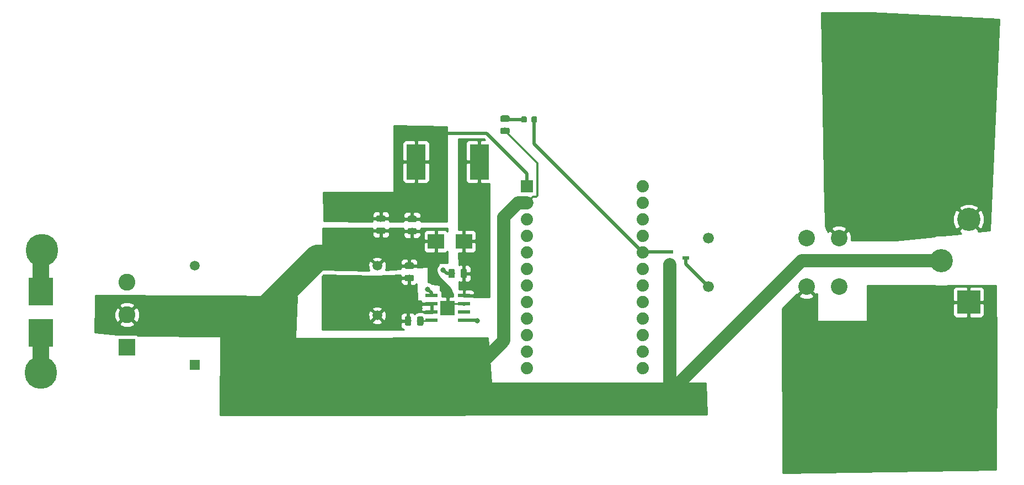
<source format=gbr>
G04 #@! TF.GenerationSoftware,KiCad,Pcbnew,5.0.2-bee76a0~70~ubuntu18.04.1*
G04 #@! TF.CreationDate,2019-04-07T15:27:48-07:00*
G04 #@! TF.ProjectId,smartplug,736d6172-7470-46c7-9567-2e6b69636164,rev?*
G04 #@! TF.SameCoordinates,Original*
G04 #@! TF.FileFunction,Copper,L1,Top*
G04 #@! TF.FilePolarity,Positive*
%FSLAX46Y46*%
G04 Gerber Fmt 4.6, Leading zero omitted, Abs format (unit mm)*
G04 Created by KiCad (PCBNEW 5.0.2-bee76a0~70~ubuntu18.04.1) date Sun 07 Apr 2019 03:27:48 PM PDT*
%MOMM*%
%LPD*%
G01*
G04 APERTURE LIST*
G04 #@! TA.AperFunction,Conductor*
%ADD10C,0.100000*%
G04 #@! TD*
G04 #@! TA.AperFunction,SMDPad,CuDef*
%ADD11C,0.975000*%
G04 #@! TD*
G04 #@! TA.AperFunction,ComponentPad*
%ADD12R,2.600000X2.600000*%
G04 #@! TD*
G04 #@! TA.AperFunction,ComponentPad*
%ADD13C,2.600000*%
G04 #@! TD*
G04 #@! TA.AperFunction,SMDPad,CuDef*
%ADD14R,2.500000X2.300000*%
G04 #@! TD*
G04 #@! TA.AperFunction,SMDPad,CuDef*
%ADD15C,0.875000*%
G04 #@! TD*
G04 #@! TA.AperFunction,ComponentPad*
%ADD16R,3.556000X3.556000*%
G04 #@! TD*
G04 #@! TA.AperFunction,ComponentPad*
%ADD17C,3.556000*%
G04 #@! TD*
G04 #@! TA.AperFunction,ComponentPad*
%ADD18C,1.676400*%
G04 #@! TD*
G04 #@! TA.AperFunction,ComponentPad*
%ADD19C,2.540000*%
G04 #@! TD*
G04 #@! TA.AperFunction,SMDPad,CuDef*
%ADD20R,2.895600X5.410200*%
G04 #@! TD*
G04 #@! TA.AperFunction,SMDPad,CuDef*
%ADD21R,3.810000X4.240000*%
G04 #@! TD*
G04 #@! TA.AperFunction,ComponentPad*
%ADD22C,1.508000*%
G04 #@! TD*
G04 #@! TA.AperFunction,ComponentPad*
%ADD23R,1.508000X1.508000*%
G04 #@! TD*
G04 #@! TA.AperFunction,SMDPad,CuDef*
%ADD24R,1.970000X0.600000*%
G04 #@! TD*
G04 #@! TA.AperFunction,SMDPad,CuDef*
%ADD25R,2.290000X2.290000*%
G04 #@! TD*
G04 #@! TA.AperFunction,ComponentPad*
%ADD26C,1.879600*%
G04 #@! TD*
G04 #@! TA.AperFunction,ComponentPad*
%ADD27R,1.879600X1.879600*%
G04 #@! TD*
G04 #@! TA.AperFunction,SMDPad,CuDef*
%ADD28R,1.016000X0.558800*%
G04 #@! TD*
G04 #@! TA.AperFunction,ViaPad*
%ADD29C,3.000000*%
G04 #@! TD*
G04 #@! TA.AperFunction,ViaPad*
%ADD30C,4.000000*%
G04 #@! TD*
G04 #@! TA.AperFunction,ViaPad*
%ADD31C,0.800000*%
G04 #@! TD*
G04 #@! TA.AperFunction,ViaPad*
%ADD32C,5.000000*%
G04 #@! TD*
G04 #@! TA.AperFunction,Conductor*
%ADD33C,0.250000*%
G04 #@! TD*
G04 #@! TA.AperFunction,Conductor*
%ADD34C,4.000000*%
G04 #@! TD*
G04 #@! TA.AperFunction,Conductor*
%ADD35C,2.000000*%
G04 #@! TD*
G04 #@! TA.AperFunction,Conductor*
%ADD36C,0.300000*%
G04 #@! TD*
G04 #@! TA.AperFunction,Conductor*
%ADD37C,0.500000*%
G04 #@! TD*
G04 #@! TA.AperFunction,Conductor*
%ADD38C,2.500000*%
G04 #@! TD*
G04 #@! TA.AperFunction,Conductor*
%ADD39C,0.254000*%
G04 #@! TD*
G04 APERTURE END LIST*
D10*
G04 #@! TO.N,/12VDC*
G04 #@! TO.C,R1*
G36*
X152395142Y-101901174D02*
X152418803Y-101904684D01*
X152442007Y-101910496D01*
X152464529Y-101918554D01*
X152486153Y-101928782D01*
X152506670Y-101941079D01*
X152525883Y-101955329D01*
X152543607Y-101971393D01*
X152559671Y-101989117D01*
X152573921Y-102008330D01*
X152586218Y-102028847D01*
X152596446Y-102050471D01*
X152604504Y-102072993D01*
X152610316Y-102096197D01*
X152613826Y-102119858D01*
X152615000Y-102143750D01*
X152615000Y-103056250D01*
X152613826Y-103080142D01*
X152610316Y-103103803D01*
X152604504Y-103127007D01*
X152596446Y-103149529D01*
X152586218Y-103171153D01*
X152573921Y-103191670D01*
X152559671Y-103210883D01*
X152543607Y-103228607D01*
X152525883Y-103244671D01*
X152506670Y-103258921D01*
X152486153Y-103271218D01*
X152464529Y-103281446D01*
X152442007Y-103289504D01*
X152418803Y-103295316D01*
X152395142Y-103298826D01*
X152371250Y-103300000D01*
X151883750Y-103300000D01*
X151859858Y-103298826D01*
X151836197Y-103295316D01*
X151812993Y-103289504D01*
X151790471Y-103281446D01*
X151768847Y-103271218D01*
X151748330Y-103258921D01*
X151729117Y-103244671D01*
X151711393Y-103228607D01*
X151695329Y-103210883D01*
X151681079Y-103191670D01*
X151668782Y-103171153D01*
X151658554Y-103149529D01*
X151650496Y-103127007D01*
X151644684Y-103103803D01*
X151641174Y-103080142D01*
X151640000Y-103056250D01*
X151640000Y-102143750D01*
X151641174Y-102119858D01*
X151644684Y-102096197D01*
X151650496Y-102072993D01*
X151658554Y-102050471D01*
X151668782Y-102028847D01*
X151681079Y-102008330D01*
X151695329Y-101989117D01*
X151711393Y-101971393D01*
X151729117Y-101955329D01*
X151748330Y-101941079D01*
X151768847Y-101928782D01*
X151790471Y-101918554D01*
X151812993Y-101910496D01*
X151836197Y-101904684D01*
X151859858Y-101901174D01*
X151883750Y-101900000D01*
X152371250Y-101900000D01*
X152395142Y-101901174D01*
X152395142Y-101901174D01*
G37*
D11*
G04 #@! TD*
G04 #@! TO.P,R1,1*
G04 #@! TO.N,/12VDC*
X152127500Y-102600000D03*
D10*
G04 #@! TO.N,Net-(R1-Pad2)*
G04 #@! TO.C,R1*
G36*
X154270142Y-101901174D02*
X154293803Y-101904684D01*
X154317007Y-101910496D01*
X154339529Y-101918554D01*
X154361153Y-101928782D01*
X154381670Y-101941079D01*
X154400883Y-101955329D01*
X154418607Y-101971393D01*
X154434671Y-101989117D01*
X154448921Y-102008330D01*
X154461218Y-102028847D01*
X154471446Y-102050471D01*
X154479504Y-102072993D01*
X154485316Y-102096197D01*
X154488826Y-102119858D01*
X154490000Y-102143750D01*
X154490000Y-103056250D01*
X154488826Y-103080142D01*
X154485316Y-103103803D01*
X154479504Y-103127007D01*
X154471446Y-103149529D01*
X154461218Y-103171153D01*
X154448921Y-103191670D01*
X154434671Y-103210883D01*
X154418607Y-103228607D01*
X154400883Y-103244671D01*
X154381670Y-103258921D01*
X154361153Y-103271218D01*
X154339529Y-103281446D01*
X154317007Y-103289504D01*
X154293803Y-103295316D01*
X154270142Y-103298826D01*
X154246250Y-103300000D01*
X153758750Y-103300000D01*
X153734858Y-103298826D01*
X153711197Y-103295316D01*
X153687993Y-103289504D01*
X153665471Y-103281446D01*
X153643847Y-103271218D01*
X153623330Y-103258921D01*
X153604117Y-103244671D01*
X153586393Y-103228607D01*
X153570329Y-103210883D01*
X153556079Y-103191670D01*
X153543782Y-103171153D01*
X153533554Y-103149529D01*
X153525496Y-103127007D01*
X153519684Y-103103803D01*
X153516174Y-103080142D01*
X153515000Y-103056250D01*
X153515000Y-102143750D01*
X153516174Y-102119858D01*
X153519684Y-102096197D01*
X153525496Y-102072993D01*
X153533554Y-102050471D01*
X153543782Y-102028847D01*
X153556079Y-102008330D01*
X153570329Y-101989117D01*
X153586393Y-101971393D01*
X153604117Y-101955329D01*
X153623330Y-101941079D01*
X153643847Y-101928782D01*
X153665471Y-101918554D01*
X153687993Y-101910496D01*
X153711197Y-101904684D01*
X153734858Y-101901174D01*
X153758750Y-101900000D01*
X154246250Y-101900000D01*
X154270142Y-101901174D01*
X154270142Y-101901174D01*
G37*
D11*
G04 #@! TD*
G04 #@! TO.P,R1,2*
G04 #@! TO.N,Net-(R1-Pad2)*
X154002500Y-102600000D03*
D12*
G04 #@! TO.P,J1,1*
G04 #@! TO.N,/VAC+*
X109000000Y-106650000D03*
D13*
G04 #@! TO.P,J1,2*
G04 #@! TO.N,GND*
X109000000Y-101650000D03*
G04 #@! TO.P,J1,3*
G04 #@! TO.N,/VAC-*
X109000000Y-96650000D03*
G04 #@! TD*
D10*
G04 #@! TO.N,GND*
G04 #@! TO.C,C1*
G36*
X152780142Y-93626174D02*
X152803803Y-93629684D01*
X152827007Y-93635496D01*
X152849529Y-93643554D01*
X152871153Y-93653782D01*
X152891670Y-93666079D01*
X152910883Y-93680329D01*
X152928607Y-93696393D01*
X152944671Y-93714117D01*
X152958921Y-93733330D01*
X152971218Y-93753847D01*
X152981446Y-93775471D01*
X152989504Y-93797993D01*
X152995316Y-93821197D01*
X152998826Y-93844858D01*
X153000000Y-93868750D01*
X153000000Y-94356250D01*
X152998826Y-94380142D01*
X152995316Y-94403803D01*
X152989504Y-94427007D01*
X152981446Y-94449529D01*
X152971218Y-94471153D01*
X152958921Y-94491670D01*
X152944671Y-94510883D01*
X152928607Y-94528607D01*
X152910883Y-94544671D01*
X152891670Y-94558921D01*
X152871153Y-94571218D01*
X152849529Y-94581446D01*
X152827007Y-94589504D01*
X152803803Y-94595316D01*
X152780142Y-94598826D01*
X152756250Y-94600000D01*
X151843750Y-94600000D01*
X151819858Y-94598826D01*
X151796197Y-94595316D01*
X151772993Y-94589504D01*
X151750471Y-94581446D01*
X151728847Y-94571218D01*
X151708330Y-94558921D01*
X151689117Y-94544671D01*
X151671393Y-94528607D01*
X151655329Y-94510883D01*
X151641079Y-94491670D01*
X151628782Y-94471153D01*
X151618554Y-94449529D01*
X151610496Y-94427007D01*
X151604684Y-94403803D01*
X151601174Y-94380142D01*
X151600000Y-94356250D01*
X151600000Y-93868750D01*
X151601174Y-93844858D01*
X151604684Y-93821197D01*
X151610496Y-93797993D01*
X151618554Y-93775471D01*
X151628782Y-93753847D01*
X151641079Y-93733330D01*
X151655329Y-93714117D01*
X151671393Y-93696393D01*
X151689117Y-93680329D01*
X151708330Y-93666079D01*
X151728847Y-93653782D01*
X151750471Y-93643554D01*
X151772993Y-93635496D01*
X151796197Y-93629684D01*
X151819858Y-93626174D01*
X151843750Y-93625000D01*
X152756250Y-93625000D01*
X152780142Y-93626174D01*
X152780142Y-93626174D01*
G37*
D11*
G04 #@! TD*
G04 #@! TO.P,C1,2*
G04 #@! TO.N,GND*
X152300000Y-94112500D03*
D10*
G04 #@! TO.N,/12VDC*
G04 #@! TO.C,C1*
G36*
X152780142Y-95501174D02*
X152803803Y-95504684D01*
X152827007Y-95510496D01*
X152849529Y-95518554D01*
X152871153Y-95528782D01*
X152891670Y-95541079D01*
X152910883Y-95555329D01*
X152928607Y-95571393D01*
X152944671Y-95589117D01*
X152958921Y-95608330D01*
X152971218Y-95628847D01*
X152981446Y-95650471D01*
X152989504Y-95672993D01*
X152995316Y-95696197D01*
X152998826Y-95719858D01*
X153000000Y-95743750D01*
X153000000Y-96231250D01*
X152998826Y-96255142D01*
X152995316Y-96278803D01*
X152989504Y-96302007D01*
X152981446Y-96324529D01*
X152971218Y-96346153D01*
X152958921Y-96366670D01*
X152944671Y-96385883D01*
X152928607Y-96403607D01*
X152910883Y-96419671D01*
X152891670Y-96433921D01*
X152871153Y-96446218D01*
X152849529Y-96456446D01*
X152827007Y-96464504D01*
X152803803Y-96470316D01*
X152780142Y-96473826D01*
X152756250Y-96475000D01*
X151843750Y-96475000D01*
X151819858Y-96473826D01*
X151796197Y-96470316D01*
X151772993Y-96464504D01*
X151750471Y-96456446D01*
X151728847Y-96446218D01*
X151708330Y-96433921D01*
X151689117Y-96419671D01*
X151671393Y-96403607D01*
X151655329Y-96385883D01*
X151641079Y-96366670D01*
X151628782Y-96346153D01*
X151618554Y-96324529D01*
X151610496Y-96302007D01*
X151604684Y-96278803D01*
X151601174Y-96255142D01*
X151600000Y-96231250D01*
X151600000Y-95743750D01*
X151601174Y-95719858D01*
X151604684Y-95696197D01*
X151610496Y-95672993D01*
X151618554Y-95650471D01*
X151628782Y-95628847D01*
X151641079Y-95608330D01*
X151655329Y-95589117D01*
X151671393Y-95571393D01*
X151689117Y-95555329D01*
X151708330Y-95541079D01*
X151728847Y-95528782D01*
X151750471Y-95518554D01*
X151772993Y-95510496D01*
X151796197Y-95504684D01*
X151819858Y-95501174D01*
X151843750Y-95500000D01*
X152756250Y-95500000D01*
X152780142Y-95501174D01*
X152780142Y-95501174D01*
G37*
D11*
G04 #@! TD*
G04 #@! TO.P,C1,1*
G04 #@! TO.N,/12VDC*
X152300000Y-95987500D03*
D10*
G04 #@! TO.N,Net-(C2-Pad2)*
G04 #@! TO.C,C2*
G36*
X159080142Y-94601174D02*
X159103803Y-94604684D01*
X159127007Y-94610496D01*
X159149529Y-94618554D01*
X159171153Y-94628782D01*
X159191670Y-94641079D01*
X159210883Y-94655329D01*
X159228607Y-94671393D01*
X159244671Y-94689117D01*
X159258921Y-94708330D01*
X159271218Y-94728847D01*
X159281446Y-94750471D01*
X159289504Y-94772993D01*
X159295316Y-94796197D01*
X159298826Y-94819858D01*
X159300000Y-94843750D01*
X159300000Y-95756250D01*
X159298826Y-95780142D01*
X159295316Y-95803803D01*
X159289504Y-95827007D01*
X159281446Y-95849529D01*
X159271218Y-95871153D01*
X159258921Y-95891670D01*
X159244671Y-95910883D01*
X159228607Y-95928607D01*
X159210883Y-95944671D01*
X159191670Y-95958921D01*
X159171153Y-95971218D01*
X159149529Y-95981446D01*
X159127007Y-95989504D01*
X159103803Y-95995316D01*
X159080142Y-95998826D01*
X159056250Y-96000000D01*
X158568750Y-96000000D01*
X158544858Y-95998826D01*
X158521197Y-95995316D01*
X158497993Y-95989504D01*
X158475471Y-95981446D01*
X158453847Y-95971218D01*
X158433330Y-95958921D01*
X158414117Y-95944671D01*
X158396393Y-95928607D01*
X158380329Y-95910883D01*
X158366079Y-95891670D01*
X158353782Y-95871153D01*
X158343554Y-95849529D01*
X158335496Y-95827007D01*
X158329684Y-95803803D01*
X158326174Y-95780142D01*
X158325000Y-95756250D01*
X158325000Y-94843750D01*
X158326174Y-94819858D01*
X158329684Y-94796197D01*
X158335496Y-94772993D01*
X158343554Y-94750471D01*
X158353782Y-94728847D01*
X158366079Y-94708330D01*
X158380329Y-94689117D01*
X158396393Y-94671393D01*
X158414117Y-94655329D01*
X158433330Y-94641079D01*
X158453847Y-94628782D01*
X158475471Y-94618554D01*
X158497993Y-94610496D01*
X158521197Y-94604684D01*
X158544858Y-94601174D01*
X158568750Y-94600000D01*
X159056250Y-94600000D01*
X159080142Y-94601174D01*
X159080142Y-94601174D01*
G37*
D11*
G04 #@! TD*
G04 #@! TO.P,C2,2*
G04 #@! TO.N,Net-(C2-Pad2)*
X158812500Y-95300000D03*
D10*
G04 #@! TO.N,Net-(C2-Pad1)*
G04 #@! TO.C,C2*
G36*
X160955142Y-94601174D02*
X160978803Y-94604684D01*
X161002007Y-94610496D01*
X161024529Y-94618554D01*
X161046153Y-94628782D01*
X161066670Y-94641079D01*
X161085883Y-94655329D01*
X161103607Y-94671393D01*
X161119671Y-94689117D01*
X161133921Y-94708330D01*
X161146218Y-94728847D01*
X161156446Y-94750471D01*
X161164504Y-94772993D01*
X161170316Y-94796197D01*
X161173826Y-94819858D01*
X161175000Y-94843750D01*
X161175000Y-95756250D01*
X161173826Y-95780142D01*
X161170316Y-95803803D01*
X161164504Y-95827007D01*
X161156446Y-95849529D01*
X161146218Y-95871153D01*
X161133921Y-95891670D01*
X161119671Y-95910883D01*
X161103607Y-95928607D01*
X161085883Y-95944671D01*
X161066670Y-95958921D01*
X161046153Y-95971218D01*
X161024529Y-95981446D01*
X161002007Y-95989504D01*
X160978803Y-95995316D01*
X160955142Y-95998826D01*
X160931250Y-96000000D01*
X160443750Y-96000000D01*
X160419858Y-95998826D01*
X160396197Y-95995316D01*
X160372993Y-95989504D01*
X160350471Y-95981446D01*
X160328847Y-95971218D01*
X160308330Y-95958921D01*
X160289117Y-95944671D01*
X160271393Y-95928607D01*
X160255329Y-95910883D01*
X160241079Y-95891670D01*
X160228782Y-95871153D01*
X160218554Y-95849529D01*
X160210496Y-95827007D01*
X160204684Y-95803803D01*
X160201174Y-95780142D01*
X160200000Y-95756250D01*
X160200000Y-94843750D01*
X160201174Y-94819858D01*
X160204684Y-94796197D01*
X160210496Y-94772993D01*
X160218554Y-94750471D01*
X160228782Y-94728847D01*
X160241079Y-94708330D01*
X160255329Y-94689117D01*
X160271393Y-94671393D01*
X160289117Y-94655329D01*
X160308330Y-94641079D01*
X160328847Y-94628782D01*
X160350471Y-94618554D01*
X160372993Y-94610496D01*
X160396197Y-94604684D01*
X160419858Y-94601174D01*
X160443750Y-94600000D01*
X160931250Y-94600000D01*
X160955142Y-94601174D01*
X160955142Y-94601174D01*
G37*
D11*
G04 #@! TD*
G04 #@! TO.P,C2,1*
G04 #@! TO.N,Net-(C2-Pad1)*
X160687500Y-95300000D03*
D10*
G04 #@! TO.N,/5VDC*
G04 #@! TO.C,C3*
G36*
X148430142Y-86376174D02*
X148453803Y-86379684D01*
X148477007Y-86385496D01*
X148499529Y-86393554D01*
X148521153Y-86403782D01*
X148541670Y-86416079D01*
X148560883Y-86430329D01*
X148578607Y-86446393D01*
X148594671Y-86464117D01*
X148608921Y-86483330D01*
X148621218Y-86503847D01*
X148631446Y-86525471D01*
X148639504Y-86547993D01*
X148645316Y-86571197D01*
X148648826Y-86594858D01*
X148650000Y-86618750D01*
X148650000Y-87106250D01*
X148648826Y-87130142D01*
X148645316Y-87153803D01*
X148639504Y-87177007D01*
X148631446Y-87199529D01*
X148621218Y-87221153D01*
X148608921Y-87241670D01*
X148594671Y-87260883D01*
X148578607Y-87278607D01*
X148560883Y-87294671D01*
X148541670Y-87308921D01*
X148521153Y-87321218D01*
X148499529Y-87331446D01*
X148477007Y-87339504D01*
X148453803Y-87345316D01*
X148430142Y-87348826D01*
X148406250Y-87350000D01*
X147493750Y-87350000D01*
X147469858Y-87348826D01*
X147446197Y-87345316D01*
X147422993Y-87339504D01*
X147400471Y-87331446D01*
X147378847Y-87321218D01*
X147358330Y-87308921D01*
X147339117Y-87294671D01*
X147321393Y-87278607D01*
X147305329Y-87260883D01*
X147291079Y-87241670D01*
X147278782Y-87221153D01*
X147268554Y-87199529D01*
X147260496Y-87177007D01*
X147254684Y-87153803D01*
X147251174Y-87130142D01*
X147250000Y-87106250D01*
X147250000Y-86618750D01*
X147251174Y-86594858D01*
X147254684Y-86571197D01*
X147260496Y-86547993D01*
X147268554Y-86525471D01*
X147278782Y-86503847D01*
X147291079Y-86483330D01*
X147305329Y-86464117D01*
X147321393Y-86446393D01*
X147339117Y-86430329D01*
X147358330Y-86416079D01*
X147378847Y-86403782D01*
X147400471Y-86393554D01*
X147422993Y-86385496D01*
X147446197Y-86379684D01*
X147469858Y-86376174D01*
X147493750Y-86375000D01*
X148406250Y-86375000D01*
X148430142Y-86376174D01*
X148430142Y-86376174D01*
G37*
D11*
G04 #@! TD*
G04 #@! TO.P,C3,1*
G04 #@! TO.N,/5VDC*
X147950000Y-86862500D03*
D10*
G04 #@! TO.N,GND*
G04 #@! TO.C,C3*
G36*
X148430142Y-88251174D02*
X148453803Y-88254684D01*
X148477007Y-88260496D01*
X148499529Y-88268554D01*
X148521153Y-88278782D01*
X148541670Y-88291079D01*
X148560883Y-88305329D01*
X148578607Y-88321393D01*
X148594671Y-88339117D01*
X148608921Y-88358330D01*
X148621218Y-88378847D01*
X148631446Y-88400471D01*
X148639504Y-88422993D01*
X148645316Y-88446197D01*
X148648826Y-88469858D01*
X148650000Y-88493750D01*
X148650000Y-88981250D01*
X148648826Y-89005142D01*
X148645316Y-89028803D01*
X148639504Y-89052007D01*
X148631446Y-89074529D01*
X148621218Y-89096153D01*
X148608921Y-89116670D01*
X148594671Y-89135883D01*
X148578607Y-89153607D01*
X148560883Y-89169671D01*
X148541670Y-89183921D01*
X148521153Y-89196218D01*
X148499529Y-89206446D01*
X148477007Y-89214504D01*
X148453803Y-89220316D01*
X148430142Y-89223826D01*
X148406250Y-89225000D01*
X147493750Y-89225000D01*
X147469858Y-89223826D01*
X147446197Y-89220316D01*
X147422993Y-89214504D01*
X147400471Y-89206446D01*
X147378847Y-89196218D01*
X147358330Y-89183921D01*
X147339117Y-89169671D01*
X147321393Y-89153607D01*
X147305329Y-89135883D01*
X147291079Y-89116670D01*
X147278782Y-89096153D01*
X147268554Y-89074529D01*
X147260496Y-89052007D01*
X147254684Y-89028803D01*
X147251174Y-89005142D01*
X147250000Y-88981250D01*
X147250000Y-88493750D01*
X147251174Y-88469858D01*
X147254684Y-88446197D01*
X147260496Y-88422993D01*
X147268554Y-88400471D01*
X147278782Y-88378847D01*
X147291079Y-88358330D01*
X147305329Y-88339117D01*
X147321393Y-88321393D01*
X147339117Y-88305329D01*
X147358330Y-88291079D01*
X147378847Y-88278782D01*
X147400471Y-88268554D01*
X147422993Y-88260496D01*
X147446197Y-88254684D01*
X147469858Y-88251174D01*
X147493750Y-88250000D01*
X148406250Y-88250000D01*
X148430142Y-88251174D01*
X148430142Y-88251174D01*
G37*
D11*
G04 #@! TD*
G04 #@! TO.P,C3,2*
G04 #@! TO.N,GND*
X147950000Y-88737500D03*
D10*
G04 #@! TO.N,/5VDC*
G04 #@! TO.C,C4*
G36*
X153230142Y-86438674D02*
X153253803Y-86442184D01*
X153277007Y-86447996D01*
X153299529Y-86456054D01*
X153321153Y-86466282D01*
X153341670Y-86478579D01*
X153360883Y-86492829D01*
X153378607Y-86508893D01*
X153394671Y-86526617D01*
X153408921Y-86545830D01*
X153421218Y-86566347D01*
X153431446Y-86587971D01*
X153439504Y-86610493D01*
X153445316Y-86633697D01*
X153448826Y-86657358D01*
X153450000Y-86681250D01*
X153450000Y-87168750D01*
X153448826Y-87192642D01*
X153445316Y-87216303D01*
X153439504Y-87239507D01*
X153431446Y-87262029D01*
X153421218Y-87283653D01*
X153408921Y-87304170D01*
X153394671Y-87323383D01*
X153378607Y-87341107D01*
X153360883Y-87357171D01*
X153341670Y-87371421D01*
X153321153Y-87383718D01*
X153299529Y-87393946D01*
X153277007Y-87402004D01*
X153253803Y-87407816D01*
X153230142Y-87411326D01*
X153206250Y-87412500D01*
X152293750Y-87412500D01*
X152269858Y-87411326D01*
X152246197Y-87407816D01*
X152222993Y-87402004D01*
X152200471Y-87393946D01*
X152178847Y-87383718D01*
X152158330Y-87371421D01*
X152139117Y-87357171D01*
X152121393Y-87341107D01*
X152105329Y-87323383D01*
X152091079Y-87304170D01*
X152078782Y-87283653D01*
X152068554Y-87262029D01*
X152060496Y-87239507D01*
X152054684Y-87216303D01*
X152051174Y-87192642D01*
X152050000Y-87168750D01*
X152050000Y-86681250D01*
X152051174Y-86657358D01*
X152054684Y-86633697D01*
X152060496Y-86610493D01*
X152068554Y-86587971D01*
X152078782Y-86566347D01*
X152091079Y-86545830D01*
X152105329Y-86526617D01*
X152121393Y-86508893D01*
X152139117Y-86492829D01*
X152158330Y-86478579D01*
X152178847Y-86466282D01*
X152200471Y-86456054D01*
X152222993Y-86447996D01*
X152246197Y-86442184D01*
X152269858Y-86438674D01*
X152293750Y-86437500D01*
X153206250Y-86437500D01*
X153230142Y-86438674D01*
X153230142Y-86438674D01*
G37*
D11*
G04 #@! TD*
G04 #@! TO.P,C4,1*
G04 #@! TO.N,/5VDC*
X152750000Y-86925000D03*
D10*
G04 #@! TO.N,GND*
G04 #@! TO.C,C4*
G36*
X153230142Y-88313674D02*
X153253803Y-88317184D01*
X153277007Y-88322996D01*
X153299529Y-88331054D01*
X153321153Y-88341282D01*
X153341670Y-88353579D01*
X153360883Y-88367829D01*
X153378607Y-88383893D01*
X153394671Y-88401617D01*
X153408921Y-88420830D01*
X153421218Y-88441347D01*
X153431446Y-88462971D01*
X153439504Y-88485493D01*
X153445316Y-88508697D01*
X153448826Y-88532358D01*
X153450000Y-88556250D01*
X153450000Y-89043750D01*
X153448826Y-89067642D01*
X153445316Y-89091303D01*
X153439504Y-89114507D01*
X153431446Y-89137029D01*
X153421218Y-89158653D01*
X153408921Y-89179170D01*
X153394671Y-89198383D01*
X153378607Y-89216107D01*
X153360883Y-89232171D01*
X153341670Y-89246421D01*
X153321153Y-89258718D01*
X153299529Y-89268946D01*
X153277007Y-89277004D01*
X153253803Y-89282816D01*
X153230142Y-89286326D01*
X153206250Y-89287500D01*
X152293750Y-89287500D01*
X152269858Y-89286326D01*
X152246197Y-89282816D01*
X152222993Y-89277004D01*
X152200471Y-89268946D01*
X152178847Y-89258718D01*
X152158330Y-89246421D01*
X152139117Y-89232171D01*
X152121393Y-89216107D01*
X152105329Y-89198383D01*
X152091079Y-89179170D01*
X152078782Y-89158653D01*
X152068554Y-89137029D01*
X152060496Y-89114507D01*
X152054684Y-89091303D01*
X152051174Y-89067642D01*
X152050000Y-89043750D01*
X152050000Y-88556250D01*
X152051174Y-88532358D01*
X152054684Y-88508697D01*
X152060496Y-88485493D01*
X152068554Y-88462971D01*
X152078782Y-88441347D01*
X152091079Y-88420830D01*
X152105329Y-88401617D01*
X152121393Y-88383893D01*
X152139117Y-88367829D01*
X152158330Y-88353579D01*
X152178847Y-88341282D01*
X152200471Y-88331054D01*
X152222993Y-88322996D01*
X152246197Y-88317184D01*
X152269858Y-88313674D01*
X152293750Y-88312500D01*
X153206250Y-88312500D01*
X153230142Y-88313674D01*
X153230142Y-88313674D01*
G37*
D11*
G04 #@! TD*
G04 #@! TO.P,C4,2*
G04 #@! TO.N,GND*
X152750000Y-88800000D03*
D14*
G04 #@! TO.P,D1,1*
G04 #@! TO.N,Net-(C2-Pad1)*
X160700000Y-90350000D03*
G04 #@! TO.P,D1,2*
G04 #@! TO.N,GND*
X156400000Y-90350000D03*
G04 #@! TD*
D10*
G04 #@! TO.N,Net-(D2-Pad1)*
G04 #@! TO.C,D2*
G36*
X170152691Y-71176053D02*
X170173926Y-71179203D01*
X170194750Y-71184419D01*
X170214962Y-71191651D01*
X170234368Y-71200830D01*
X170252781Y-71211866D01*
X170270024Y-71224654D01*
X170285930Y-71239070D01*
X170300346Y-71254976D01*
X170313134Y-71272219D01*
X170324170Y-71290632D01*
X170333349Y-71310038D01*
X170340581Y-71330250D01*
X170345797Y-71351074D01*
X170348947Y-71372309D01*
X170350000Y-71393750D01*
X170350000Y-71906250D01*
X170348947Y-71927691D01*
X170345797Y-71948926D01*
X170340581Y-71969750D01*
X170333349Y-71989962D01*
X170324170Y-72009368D01*
X170313134Y-72027781D01*
X170300346Y-72045024D01*
X170285930Y-72060930D01*
X170270024Y-72075346D01*
X170252781Y-72088134D01*
X170234368Y-72099170D01*
X170214962Y-72108349D01*
X170194750Y-72115581D01*
X170173926Y-72120797D01*
X170152691Y-72123947D01*
X170131250Y-72125000D01*
X169693750Y-72125000D01*
X169672309Y-72123947D01*
X169651074Y-72120797D01*
X169630250Y-72115581D01*
X169610038Y-72108349D01*
X169590632Y-72099170D01*
X169572219Y-72088134D01*
X169554976Y-72075346D01*
X169539070Y-72060930D01*
X169524654Y-72045024D01*
X169511866Y-72027781D01*
X169500830Y-72009368D01*
X169491651Y-71989962D01*
X169484419Y-71969750D01*
X169479203Y-71948926D01*
X169476053Y-71927691D01*
X169475000Y-71906250D01*
X169475000Y-71393750D01*
X169476053Y-71372309D01*
X169479203Y-71351074D01*
X169484419Y-71330250D01*
X169491651Y-71310038D01*
X169500830Y-71290632D01*
X169511866Y-71272219D01*
X169524654Y-71254976D01*
X169539070Y-71239070D01*
X169554976Y-71224654D01*
X169572219Y-71211866D01*
X169590632Y-71200830D01*
X169610038Y-71191651D01*
X169630250Y-71184419D01*
X169651074Y-71179203D01*
X169672309Y-71176053D01*
X169693750Y-71175000D01*
X170131250Y-71175000D01*
X170152691Y-71176053D01*
X170152691Y-71176053D01*
G37*
D15*
G04 #@! TD*
G04 #@! TO.P,D2,1*
G04 #@! TO.N,Net-(D2-Pad1)*
X169912500Y-71650000D03*
D10*
G04 #@! TO.N,Net-(D2-Pad2)*
G04 #@! TO.C,D2*
G36*
X171727691Y-71176053D02*
X171748926Y-71179203D01*
X171769750Y-71184419D01*
X171789962Y-71191651D01*
X171809368Y-71200830D01*
X171827781Y-71211866D01*
X171845024Y-71224654D01*
X171860930Y-71239070D01*
X171875346Y-71254976D01*
X171888134Y-71272219D01*
X171899170Y-71290632D01*
X171908349Y-71310038D01*
X171915581Y-71330250D01*
X171920797Y-71351074D01*
X171923947Y-71372309D01*
X171925000Y-71393750D01*
X171925000Y-71906250D01*
X171923947Y-71927691D01*
X171920797Y-71948926D01*
X171915581Y-71969750D01*
X171908349Y-71989962D01*
X171899170Y-72009368D01*
X171888134Y-72027781D01*
X171875346Y-72045024D01*
X171860930Y-72060930D01*
X171845024Y-72075346D01*
X171827781Y-72088134D01*
X171809368Y-72099170D01*
X171789962Y-72108349D01*
X171769750Y-72115581D01*
X171748926Y-72120797D01*
X171727691Y-72123947D01*
X171706250Y-72125000D01*
X171268750Y-72125000D01*
X171247309Y-72123947D01*
X171226074Y-72120797D01*
X171205250Y-72115581D01*
X171185038Y-72108349D01*
X171165632Y-72099170D01*
X171147219Y-72088134D01*
X171129976Y-72075346D01*
X171114070Y-72060930D01*
X171099654Y-72045024D01*
X171086866Y-72027781D01*
X171075830Y-72009368D01*
X171066651Y-71989962D01*
X171059419Y-71969750D01*
X171054203Y-71948926D01*
X171051053Y-71927691D01*
X171050000Y-71906250D01*
X171050000Y-71393750D01*
X171051053Y-71372309D01*
X171054203Y-71351074D01*
X171059419Y-71330250D01*
X171066651Y-71310038D01*
X171075830Y-71290632D01*
X171086866Y-71272219D01*
X171099654Y-71254976D01*
X171114070Y-71239070D01*
X171129976Y-71224654D01*
X171147219Y-71211866D01*
X171165632Y-71200830D01*
X171185038Y-71191651D01*
X171205250Y-71184419D01*
X171226074Y-71179203D01*
X171247309Y-71176053D01*
X171268750Y-71175000D01*
X171706250Y-71175000D01*
X171727691Y-71176053D01*
X171727691Y-71176053D01*
G37*
D15*
G04 #@! TD*
G04 #@! TO.P,D2,2*
G04 #@! TO.N,Net-(D2-Pad2)*
X171487500Y-71650000D03*
D16*
G04 #@! TO.P,J2,1*
G04 #@! TO.N,Net-(J2-Pad1)*
X238160000Y-99700000D03*
D17*
G04 #@! TO.P,J2,3*
G04 #@! TO.N,Net-(J2-Pad3)*
X238160000Y-87000000D03*
G04 #@! TO.P,J2,2*
G04 #@! TO.N,GND*
X233970000Y-93350000D03*
G04 #@! TD*
D18*
G04 #@! TO.P,K1,1*
G04 #@! TO.N,Net-(K1-Pad1)*
X198250000Y-97350000D03*
G04 #@! TO.P,K1,2*
G04 #@! TO.N,/12VDC*
X198250000Y-89850000D03*
D19*
G04 #@! TO.P,K1,3*
G04 #@! TO.N,/VAC+*
X218250000Y-97350000D03*
G04 #@! TO.P,K1,4*
G04 #@! TO.N,Net-(J2-Pad1)*
X213250000Y-97350000D03*
G04 #@! TO.P,K1,5*
G04 #@! TO.N,/VAC-*
X213250000Y-89850000D03*
G04 #@! TO.P,K1,6*
G04 #@! TO.N,Net-(J2-Pad3)*
X218250000Y-89850000D03*
G04 #@! TD*
D20*
G04 #@! TO.P,L1,1*
G04 #@! TO.N,/5VDC*
X153348600Y-78150000D03*
G04 #@! TO.P,L1,2*
G04 #@! TO.N,Net-(C2-Pad1)*
X163051400Y-78150000D03*
G04 #@! TD*
D10*
G04 #@! TO.N,Net-(D2-Pad1)*
G04 #@! TO.C,R2*
G36*
X167480142Y-71026174D02*
X167503803Y-71029684D01*
X167527007Y-71035496D01*
X167549529Y-71043554D01*
X167571153Y-71053782D01*
X167591670Y-71066079D01*
X167610883Y-71080329D01*
X167628607Y-71096393D01*
X167644671Y-71114117D01*
X167658921Y-71133330D01*
X167671218Y-71153847D01*
X167681446Y-71175471D01*
X167689504Y-71197993D01*
X167695316Y-71221197D01*
X167698826Y-71244858D01*
X167700000Y-71268750D01*
X167700000Y-71756250D01*
X167698826Y-71780142D01*
X167695316Y-71803803D01*
X167689504Y-71827007D01*
X167681446Y-71849529D01*
X167671218Y-71871153D01*
X167658921Y-71891670D01*
X167644671Y-71910883D01*
X167628607Y-71928607D01*
X167610883Y-71944671D01*
X167591670Y-71958921D01*
X167571153Y-71971218D01*
X167549529Y-71981446D01*
X167527007Y-71989504D01*
X167503803Y-71995316D01*
X167480142Y-71998826D01*
X167456250Y-72000000D01*
X166543750Y-72000000D01*
X166519858Y-71998826D01*
X166496197Y-71995316D01*
X166472993Y-71989504D01*
X166450471Y-71981446D01*
X166428847Y-71971218D01*
X166408330Y-71958921D01*
X166389117Y-71944671D01*
X166371393Y-71928607D01*
X166355329Y-71910883D01*
X166341079Y-71891670D01*
X166328782Y-71871153D01*
X166318554Y-71849529D01*
X166310496Y-71827007D01*
X166304684Y-71803803D01*
X166301174Y-71780142D01*
X166300000Y-71756250D01*
X166300000Y-71268750D01*
X166301174Y-71244858D01*
X166304684Y-71221197D01*
X166310496Y-71197993D01*
X166318554Y-71175471D01*
X166328782Y-71153847D01*
X166341079Y-71133330D01*
X166355329Y-71114117D01*
X166371393Y-71096393D01*
X166389117Y-71080329D01*
X166408330Y-71066079D01*
X166428847Y-71053782D01*
X166450471Y-71043554D01*
X166472993Y-71035496D01*
X166496197Y-71029684D01*
X166519858Y-71026174D01*
X166543750Y-71025000D01*
X167456250Y-71025000D01*
X167480142Y-71026174D01*
X167480142Y-71026174D01*
G37*
D11*
G04 #@! TD*
G04 #@! TO.P,R2,1*
G04 #@! TO.N,Net-(D2-Pad1)*
X167000000Y-71512500D03*
D10*
G04 #@! TO.N,GND*
G04 #@! TO.C,R2*
G36*
X167480142Y-72901174D02*
X167503803Y-72904684D01*
X167527007Y-72910496D01*
X167549529Y-72918554D01*
X167571153Y-72928782D01*
X167591670Y-72941079D01*
X167610883Y-72955329D01*
X167628607Y-72971393D01*
X167644671Y-72989117D01*
X167658921Y-73008330D01*
X167671218Y-73028847D01*
X167681446Y-73050471D01*
X167689504Y-73072993D01*
X167695316Y-73096197D01*
X167698826Y-73119858D01*
X167700000Y-73143750D01*
X167700000Y-73631250D01*
X167698826Y-73655142D01*
X167695316Y-73678803D01*
X167689504Y-73702007D01*
X167681446Y-73724529D01*
X167671218Y-73746153D01*
X167658921Y-73766670D01*
X167644671Y-73785883D01*
X167628607Y-73803607D01*
X167610883Y-73819671D01*
X167591670Y-73833921D01*
X167571153Y-73846218D01*
X167549529Y-73856446D01*
X167527007Y-73864504D01*
X167503803Y-73870316D01*
X167480142Y-73873826D01*
X167456250Y-73875000D01*
X166543750Y-73875000D01*
X166519858Y-73873826D01*
X166496197Y-73870316D01*
X166472993Y-73864504D01*
X166450471Y-73856446D01*
X166428847Y-73846218D01*
X166408330Y-73833921D01*
X166389117Y-73819671D01*
X166371393Y-73803607D01*
X166355329Y-73785883D01*
X166341079Y-73766670D01*
X166328782Y-73746153D01*
X166318554Y-73724529D01*
X166310496Y-73702007D01*
X166304684Y-73678803D01*
X166301174Y-73655142D01*
X166300000Y-73631250D01*
X166300000Y-73143750D01*
X166301174Y-73119858D01*
X166304684Y-73096197D01*
X166310496Y-73072993D01*
X166318554Y-73050471D01*
X166328782Y-73028847D01*
X166341079Y-73008330D01*
X166355329Y-72989117D01*
X166371393Y-72971393D01*
X166389117Y-72955329D01*
X166408330Y-72941079D01*
X166428847Y-72928782D01*
X166450471Y-72918554D01*
X166472993Y-72910496D01*
X166496197Y-72904684D01*
X166519858Y-72901174D01*
X166543750Y-72900000D01*
X167456250Y-72900000D01*
X167480142Y-72901174D01*
X167480142Y-72901174D01*
G37*
D11*
G04 #@! TD*
G04 #@! TO.P,R2,2*
G04 #@! TO.N,GND*
X167000000Y-73387500D03*
D21*
G04 #@! TO.P,RV1,1*
G04 #@! TO.N,/VAC+*
X95800000Y-104440000D03*
G04 #@! TO.P,RV1,2*
G04 #@! TO.N,/VAC-*
X95800000Y-98060000D03*
G04 #@! TD*
D22*
G04 #@! TO.P,U1,2*
G04 #@! TO.N,/VAC-*
X119400000Y-94130000D03*
D23*
G04 #@! TO.P,U1,1*
G04 #@! TO.N,/VAC+*
X119400000Y-109370000D03*
D22*
G04 #@! TO.P,U1,3*
G04 #@! TO.N,GND*
X147400000Y-94130000D03*
G04 #@! TO.P,U1,4*
G04 #@! TO.N,/12VDC*
X147400000Y-101750000D03*
G04 #@! TD*
D24*
G04 #@! TO.P,U2,8*
G04 #@! TO.N,Net-(C2-Pad1)*
X160675000Y-98695000D03*
G04 #@! TO.P,U2,7*
G04 #@! TO.N,GND*
X160675000Y-99965000D03*
G04 #@! TO.P,U2,6*
G04 #@! TO.N,Net-(U2-Pad6)*
X160675000Y-101235000D03*
G04 #@! TO.P,U2,5*
G04 #@! TO.N,/5VDC*
X160675000Y-102505000D03*
G04 #@! TO.P,U2,1*
G04 #@! TO.N,Net-(C2-Pad2)*
X155725000Y-98695000D03*
G04 #@! TO.P,U2,2*
G04 #@! TO.N,/12VDC*
X155725000Y-99965000D03*
G04 #@! TO.P,U2,3*
X155725000Y-101235000D03*
G04 #@! TO.P,U2,4*
G04 #@! TO.N,Net-(R1-Pad2)*
X155725000Y-102505000D03*
D25*
G04 #@! TO.P,U2,9*
G04 #@! TO.N,GND*
X158200000Y-100600000D03*
G04 #@! TD*
D26*
G04 #@! TO.P,U3,12*
G04 #@! TO.N,Net-(U3-Pad12)*
X170350000Y-109850000D03*
G04 #@! TO.P,U3,11*
G04 #@! TO.N,Net-(U3-Pad11)*
X170350000Y-107310000D03*
G04 #@! TO.P,U3,10*
G04 #@! TO.N,Net-(U3-Pad10)*
X170350000Y-104770000D03*
G04 #@! TO.P,U3,9*
G04 #@! TO.N,Net-(U3-Pad9)*
X170350000Y-102230000D03*
G04 #@! TO.P,U3,8*
G04 #@! TO.N,Net-(U3-Pad8)*
X170350000Y-99690000D03*
G04 #@! TO.P,U3,7*
G04 #@! TO.N,Net-(U3-Pad7)*
X170350000Y-97150000D03*
G04 #@! TO.P,U3,6*
G04 #@! TO.N,Net-(U3-Pad6)*
X170350000Y-94610000D03*
G04 #@! TO.P,U3,5*
G04 #@! TO.N,Net-(U3-Pad5)*
X170350000Y-92070000D03*
G04 #@! TO.P,U3,4*
G04 #@! TO.N,Net-(U3-Pad4)*
X170350000Y-89530000D03*
G04 #@! TO.P,U3,3*
G04 #@! TO.N,Net-(U3-Pad3)*
X170350000Y-86990000D03*
G04 #@! TO.P,U3,2*
G04 #@! TO.N,GND*
X170350000Y-84450000D03*
D27*
G04 #@! TO.P,U3,1*
G04 #@! TO.N,/5VDC*
X170350000Y-81910000D03*
D26*
G04 #@! TO.P,U3,13*
G04 #@! TO.N,Net-(U3-Pad13)*
X188130000Y-109850000D03*
G04 #@! TO.P,U3,14*
G04 #@! TO.N,Net-(U3-Pad14)*
X188130000Y-107310000D03*
G04 #@! TO.P,U3,15*
G04 #@! TO.N,Net-(U3-Pad15)*
X188130000Y-104770000D03*
G04 #@! TO.P,U3,16*
G04 #@! TO.N,Net-(U3-Pad16)*
X188130000Y-102230000D03*
G04 #@! TO.P,U3,17*
G04 #@! TO.N,Net-(U3-Pad17)*
X188130000Y-99690000D03*
G04 #@! TO.P,U3,18*
G04 #@! TO.N,Net-(U3-Pad18)*
X188130000Y-97150000D03*
G04 #@! TO.P,U3,19*
G04 #@! TO.N,Net-(U3-Pad19)*
X188130000Y-94610000D03*
G04 #@! TO.P,U3,20*
G04 #@! TO.N,Net-(D2-Pad2)*
X188130000Y-92070000D03*
G04 #@! TO.P,U3,21*
G04 #@! TO.N,N/C*
X188130000Y-89530000D03*
G04 #@! TO.P,U3,22*
G04 #@! TO.N,Net-(U3-Pad22)*
X188130000Y-86990000D03*
G04 #@! TO.P,U3,23*
G04 #@! TO.N,Net-(U3-Pad23)*
X188130000Y-84450000D03*
G04 #@! TO.P,U3,24*
G04 #@! TO.N,Net-(U3-Pad24)*
X188130000Y-81910000D03*
G04 #@! TD*
D28*
G04 #@! TO.P,U4,1*
G04 #@! TO.N,Net-(D2-Pad2)*
X192255400Y-92010200D03*
G04 #@! TO.P,U4,2*
G04 #@! TO.N,GND*
X192255400Y-93889800D03*
G04 #@! TO.P,U4,3*
G04 #@! TO.N,Net-(K1-Pad1)*
X194744600Y-92950000D03*
G04 #@! TD*
D29*
G04 #@! TO.N,GND*
X130150000Y-100850000D03*
X140950000Y-92850000D03*
X163050000Y-109400000D03*
X192400000Y-113450000D03*
D30*
G04 #@! TO.N,/12VDC*
X141450000Y-99200000D03*
D31*
G04 #@! TO.N,Net-(C2-Pad2)*
X155150000Y-97700000D03*
X157500000Y-94750000D03*
G04 #@! TO.N,/5VDC*
X162750000Y-102600000D03*
X156800000Y-86250000D03*
X156650000Y-73750000D03*
D32*
G04 #@! TO.N,/VAC-*
X95900000Y-91700000D03*
G04 #@! TO.N,/VAC+*
X95750000Y-110550000D03*
G04 #@! TD*
D33*
G04 #@! TO.N,GND*
X158835000Y-99965000D02*
X158200000Y-100600000D01*
X160675000Y-99965000D02*
X158835000Y-99965000D01*
D34*
X138150000Y-92850000D02*
X130150000Y-100850000D01*
X140950000Y-92850000D02*
X138150000Y-92850000D01*
D35*
X169020923Y-84450000D02*
X166800000Y-86670923D01*
X170350000Y-84450000D02*
X169020923Y-84450000D01*
X166800000Y-105650000D02*
X163050000Y-109400000D01*
X166800000Y-86670923D02*
X166800000Y-105650000D01*
X192255400Y-113305400D02*
X192400000Y-113450000D01*
X192255400Y-93889800D02*
X192255400Y-113305400D01*
X212500000Y-93350000D02*
X192400000Y-113450000D01*
D36*
X167556237Y-73943737D02*
X167000000Y-73387500D01*
X171939801Y-78327301D02*
X167556237Y-73943737D01*
X171939801Y-83369801D02*
X171939801Y-78327301D01*
X171289799Y-83510201D02*
X171799401Y-83510201D01*
X171799401Y-83510201D02*
X171939801Y-83369801D01*
X170350000Y-84450000D02*
X171289799Y-83510201D01*
D34*
X129350000Y-101650000D02*
X130150000Y-100850000D01*
D35*
X212500000Y-93350000D02*
X233970000Y-93350000D01*
D37*
G04 #@! TO.N,Net-(C2-Pad2)*
X155725000Y-98275000D02*
X155150000Y-97700000D01*
X155725000Y-98695000D02*
X155725000Y-98275000D01*
X158050000Y-95300000D02*
X157500000Y-94750000D01*
X158812500Y-95300000D02*
X158050000Y-95300000D01*
G04 #@! TO.N,/5VDC*
X162655000Y-102505000D02*
X162750000Y-102600000D01*
X160675000Y-102505000D02*
X162655000Y-102505000D01*
X157215685Y-73750000D02*
X156650000Y-73750000D01*
X170350000Y-79945698D02*
X164154302Y-73750000D01*
X164154302Y-73750000D02*
X157215685Y-73750000D01*
X170350000Y-81910000D02*
X170350000Y-79945698D01*
G04 #@! TO.N,Net-(D2-Pad1)*
X167137500Y-71650000D02*
X167000000Y-71512500D01*
X169912500Y-71650000D02*
X167137500Y-71650000D01*
G04 #@! TO.N,Net-(D2-Pad2)*
X188189800Y-92010200D02*
X188130000Y-92070000D01*
X192255400Y-92010200D02*
X188189800Y-92010200D01*
X171487500Y-75427500D02*
X188130000Y-92070000D01*
X171487500Y-71650000D02*
X171487500Y-75427500D01*
D38*
G04 #@! TO.N,/VAC-*
X95800000Y-92550000D02*
X95750000Y-92500000D01*
X95800000Y-98060000D02*
X95800000Y-92550000D01*
G04 #@! TO.N,/VAC+*
X95800000Y-110500000D02*
X95750000Y-110550000D01*
X95800000Y-104440000D02*
X95800000Y-110500000D01*
D37*
G04 #@! TO.N,Net-(K1-Pad1)*
X194744600Y-93844600D02*
X198250000Y-97350000D01*
X194744600Y-92950000D02*
X194744600Y-93844600D01*
D33*
G04 #@! TO.N,Net-(R1-Pad2)*
X155630000Y-102600000D02*
X155725000Y-102505000D01*
X153550000Y-102600000D02*
X155630000Y-102600000D01*
G04 #@! TD*
D39*
G04 #@! TO.N,Net-(C2-Pad1)*
G36*
X163962624Y-74809900D02*
X163337150Y-74809900D01*
X163178400Y-74968650D01*
X163178400Y-78023000D01*
X163198400Y-78023000D01*
X163198400Y-78277000D01*
X163178400Y-78277000D01*
X163178400Y-81331350D01*
X163337150Y-81490100D01*
X164607410Y-81490100D01*
X164599258Y-83200474D01*
X164599257Y-83201269D01*
X164622811Y-98948746D01*
X162276796Y-98962546D01*
X162136250Y-98822000D01*
X160802000Y-98822000D01*
X160802000Y-98842000D01*
X160627000Y-98842000D01*
X160627000Y-97918750D01*
X160802000Y-97918750D01*
X160802000Y-98568000D01*
X162136250Y-98568000D01*
X162295000Y-98409250D01*
X162295000Y-98268690D01*
X162198327Y-98035301D01*
X162019698Y-97856673D01*
X161786309Y-97760000D01*
X160960750Y-97760000D01*
X160802000Y-97918750D01*
X160627000Y-97918750D01*
X160627000Y-97900000D01*
X160617333Y-97851399D01*
X160589803Y-97810197D01*
X160548601Y-97782667D01*
X160499998Y-97773000D01*
X160402251Y-97773001D01*
X160389250Y-97760000D01*
X159923160Y-97760000D01*
X159919754Y-96571237D01*
X160073691Y-96635000D01*
X160401750Y-96635000D01*
X160560500Y-96476250D01*
X160560500Y-95427000D01*
X160814500Y-95427000D01*
X160814500Y-96476250D01*
X160973250Y-96635000D01*
X161301309Y-96635000D01*
X161534698Y-96538327D01*
X161713327Y-96359699D01*
X161810000Y-96126310D01*
X161810000Y-95585750D01*
X161651250Y-95427000D01*
X160814500Y-95427000D01*
X160560500Y-95427000D01*
X160540500Y-95427000D01*
X160540500Y-95173000D01*
X160560500Y-95173000D01*
X160560500Y-94123750D01*
X160814500Y-94123750D01*
X160814500Y-95173000D01*
X161651250Y-95173000D01*
X161810000Y-95014250D01*
X161810000Y-94473690D01*
X161713327Y-94240301D01*
X161534698Y-94061673D01*
X161301309Y-93965000D01*
X160973250Y-93965000D01*
X160814500Y-94123750D01*
X160560500Y-94123750D01*
X160401750Y-93965000D01*
X160073691Y-93965000D01*
X159912477Y-94031777D01*
X159907043Y-92135000D01*
X160414250Y-92135000D01*
X160573000Y-91976250D01*
X160573000Y-90477000D01*
X160827000Y-90477000D01*
X160827000Y-91976250D01*
X160985750Y-92135000D01*
X162076309Y-92135000D01*
X162309698Y-92038327D01*
X162488327Y-91859699D01*
X162585000Y-91626310D01*
X162585000Y-90635750D01*
X162426250Y-90477000D01*
X160827000Y-90477000D01*
X160573000Y-90477000D01*
X160553000Y-90477000D01*
X160553000Y-90223000D01*
X160573000Y-90223000D01*
X160573000Y-88723750D01*
X160827000Y-88723750D01*
X160827000Y-90223000D01*
X162426250Y-90223000D01*
X162585000Y-90064250D01*
X162585000Y-89073690D01*
X162488327Y-88840301D01*
X162309698Y-88661673D01*
X162076309Y-88565000D01*
X160985750Y-88565000D01*
X160827000Y-88723750D01*
X160573000Y-88723750D01*
X160414250Y-88565000D01*
X159896813Y-88565000D01*
X159867791Y-78435750D01*
X160968600Y-78435750D01*
X160968600Y-80981409D01*
X161065273Y-81214798D01*
X161243901Y-81393427D01*
X161477290Y-81490100D01*
X162765650Y-81490100D01*
X162924400Y-81331350D01*
X162924400Y-78277000D01*
X161127350Y-78277000D01*
X160968600Y-78435750D01*
X159867791Y-78435750D01*
X159858859Y-75318591D01*
X160968600Y-75318591D01*
X160968600Y-77864250D01*
X161127350Y-78023000D01*
X162924400Y-78023000D01*
X162924400Y-74968650D01*
X162765650Y-74809900D01*
X161477290Y-74809900D01*
X161243901Y-74906573D01*
X161065273Y-75085202D01*
X160968600Y-75318591D01*
X159858859Y-75318591D01*
X159856900Y-74635000D01*
X163787724Y-74635000D01*
X163962624Y-74809900D01*
X163962624Y-74809900D01*
G37*
X163962624Y-74809900D02*
X163337150Y-74809900D01*
X163178400Y-74968650D01*
X163178400Y-78023000D01*
X163198400Y-78023000D01*
X163198400Y-78277000D01*
X163178400Y-78277000D01*
X163178400Y-81331350D01*
X163337150Y-81490100D01*
X164607410Y-81490100D01*
X164599258Y-83200474D01*
X164599257Y-83201269D01*
X164622811Y-98948746D01*
X162276796Y-98962546D01*
X162136250Y-98822000D01*
X160802000Y-98822000D01*
X160802000Y-98842000D01*
X160627000Y-98842000D01*
X160627000Y-97918750D01*
X160802000Y-97918750D01*
X160802000Y-98568000D01*
X162136250Y-98568000D01*
X162295000Y-98409250D01*
X162295000Y-98268690D01*
X162198327Y-98035301D01*
X162019698Y-97856673D01*
X161786309Y-97760000D01*
X160960750Y-97760000D01*
X160802000Y-97918750D01*
X160627000Y-97918750D01*
X160627000Y-97900000D01*
X160617333Y-97851399D01*
X160589803Y-97810197D01*
X160548601Y-97782667D01*
X160499998Y-97773000D01*
X160402251Y-97773001D01*
X160389250Y-97760000D01*
X159923160Y-97760000D01*
X159919754Y-96571237D01*
X160073691Y-96635000D01*
X160401750Y-96635000D01*
X160560500Y-96476250D01*
X160560500Y-95427000D01*
X160814500Y-95427000D01*
X160814500Y-96476250D01*
X160973250Y-96635000D01*
X161301309Y-96635000D01*
X161534698Y-96538327D01*
X161713327Y-96359699D01*
X161810000Y-96126310D01*
X161810000Y-95585750D01*
X161651250Y-95427000D01*
X160814500Y-95427000D01*
X160560500Y-95427000D01*
X160540500Y-95427000D01*
X160540500Y-95173000D01*
X160560500Y-95173000D01*
X160560500Y-94123750D01*
X160814500Y-94123750D01*
X160814500Y-95173000D01*
X161651250Y-95173000D01*
X161810000Y-95014250D01*
X161810000Y-94473690D01*
X161713327Y-94240301D01*
X161534698Y-94061673D01*
X161301309Y-93965000D01*
X160973250Y-93965000D01*
X160814500Y-94123750D01*
X160560500Y-94123750D01*
X160401750Y-93965000D01*
X160073691Y-93965000D01*
X159912477Y-94031777D01*
X159907043Y-92135000D01*
X160414250Y-92135000D01*
X160573000Y-91976250D01*
X160573000Y-90477000D01*
X160827000Y-90477000D01*
X160827000Y-91976250D01*
X160985750Y-92135000D01*
X162076309Y-92135000D01*
X162309698Y-92038327D01*
X162488327Y-91859699D01*
X162585000Y-91626310D01*
X162585000Y-90635750D01*
X162426250Y-90477000D01*
X160827000Y-90477000D01*
X160573000Y-90477000D01*
X160553000Y-90477000D01*
X160553000Y-90223000D01*
X160573000Y-90223000D01*
X160573000Y-88723750D01*
X160827000Y-88723750D01*
X160827000Y-90223000D01*
X162426250Y-90223000D01*
X162585000Y-90064250D01*
X162585000Y-89073690D01*
X162488327Y-88840301D01*
X162309698Y-88661673D01*
X162076309Y-88565000D01*
X160985750Y-88565000D01*
X160827000Y-88723750D01*
X160573000Y-88723750D01*
X160414250Y-88565000D01*
X159896813Y-88565000D01*
X159867791Y-78435750D01*
X160968600Y-78435750D01*
X160968600Y-80981409D01*
X161065273Y-81214798D01*
X161243901Y-81393427D01*
X161477290Y-81490100D01*
X162765650Y-81490100D01*
X162924400Y-81331350D01*
X162924400Y-78277000D01*
X161127350Y-78277000D01*
X160968600Y-78435750D01*
X159867791Y-78435750D01*
X159858859Y-75318591D01*
X160968600Y-75318591D01*
X160968600Y-77864250D01*
X161127350Y-78023000D01*
X162924400Y-78023000D01*
X162924400Y-74968650D01*
X162765650Y-74809900D01*
X161477290Y-74809900D01*
X161243901Y-74906573D01*
X161065273Y-75085202D01*
X160968600Y-75318591D01*
X159858859Y-75318591D01*
X159856900Y-74635000D01*
X163787724Y-74635000D01*
X163962624Y-74809900D01*
G04 #@! TO.N,/12VDC*
G36*
X150965000Y-95701750D02*
X151123750Y-95860500D01*
X152173000Y-95860500D01*
X152173000Y-95840500D01*
X152427000Y-95840500D01*
X152427000Y-95860500D01*
X152447000Y-95860500D01*
X152447000Y-96114500D01*
X152427000Y-96114500D01*
X152427000Y-96951250D01*
X152585750Y-97110000D01*
X153126310Y-97110000D01*
X153359699Y-97013327D01*
X153466893Y-96906132D01*
X153498010Y-99426568D01*
X153508276Y-99475046D01*
X153536313Y-99515904D01*
X153577851Y-99542924D01*
X153627478Y-99551976D01*
X154105000Y-99542658D01*
X154105000Y-99679250D01*
X154263750Y-99838000D01*
X155598000Y-99838000D01*
X155598000Y-99818000D01*
X155852000Y-99818000D01*
X155852000Y-99838000D01*
X155872000Y-99838000D01*
X155872000Y-100092000D01*
X155852000Y-100092000D01*
X155852000Y-101108000D01*
X155872000Y-101108000D01*
X155872000Y-101362000D01*
X155852000Y-101362000D01*
X155852000Y-101382000D01*
X155598000Y-101382000D01*
X155598000Y-101362000D01*
X154649556Y-101362000D01*
X154587294Y-101320398D01*
X154246250Y-101252560D01*
X153758750Y-101252560D01*
X153417706Y-101320398D01*
X153128584Y-101513584D01*
X153127793Y-101514767D01*
X152974698Y-101361673D01*
X152741309Y-101265000D01*
X152413250Y-101265000D01*
X152254500Y-101423750D01*
X152254500Y-102473000D01*
X152274500Y-102473000D01*
X152274500Y-102727000D01*
X152254500Y-102727000D01*
X152254500Y-102747000D01*
X152000500Y-102747000D01*
X152000500Y-102727000D01*
X151163750Y-102727000D01*
X151005000Y-102885750D01*
X151005000Y-103426310D01*
X151101673Y-103659699D01*
X151280302Y-103838327D01*
X151484720Y-103923000D01*
X138927000Y-103923000D01*
X138927000Y-102724416D01*
X146605189Y-102724416D01*
X146673671Y-102965772D01*
X147194214Y-103151181D01*
X147746088Y-103123273D01*
X148126329Y-102965772D01*
X148194811Y-102724416D01*
X147400000Y-101929605D01*
X146605189Y-102724416D01*
X138927000Y-102724416D01*
X138927000Y-101544214D01*
X145998819Y-101544214D01*
X146026727Y-102096088D01*
X146184228Y-102476329D01*
X146425584Y-102544811D01*
X147220395Y-101750000D01*
X147579605Y-101750000D01*
X148374416Y-102544811D01*
X148615772Y-102476329D01*
X148801181Y-101955786D01*
X148791973Y-101773690D01*
X151005000Y-101773690D01*
X151005000Y-102314250D01*
X151163750Y-102473000D01*
X152000500Y-102473000D01*
X152000500Y-101423750D01*
X151841750Y-101265000D01*
X151513691Y-101265000D01*
X151280302Y-101361673D01*
X151101673Y-101540301D01*
X151005000Y-101773690D01*
X148791973Y-101773690D01*
X148773273Y-101403912D01*
X148615772Y-101023671D01*
X148374416Y-100955189D01*
X147579605Y-101750000D01*
X147220395Y-101750000D01*
X146425584Y-100955189D01*
X146184228Y-101023671D01*
X145998819Y-101544214D01*
X138927000Y-101544214D01*
X138927000Y-100775584D01*
X146605189Y-100775584D01*
X147400000Y-101570395D01*
X148194811Y-100775584D01*
X148126329Y-100534228D01*
X147605786Y-100348819D01*
X147053912Y-100376727D01*
X146673671Y-100534228D01*
X146605189Y-100775584D01*
X138927000Y-100775584D01*
X138927000Y-100250750D01*
X154105000Y-100250750D01*
X154105000Y-100391310D01*
X154191442Y-100600000D01*
X154105000Y-100808690D01*
X154105000Y-100949250D01*
X154263750Y-101108000D01*
X155598000Y-101108000D01*
X155598000Y-100092000D01*
X154263750Y-100092000D01*
X154105000Y-100250750D01*
X138927000Y-100250750D01*
X138927000Y-96273250D01*
X150965000Y-96273250D01*
X150965000Y-96601309D01*
X151061673Y-96834698D01*
X151240301Y-97013327D01*
X151473690Y-97110000D01*
X152014250Y-97110000D01*
X152173000Y-96951250D01*
X152173000Y-96114500D01*
X151123750Y-96114500D01*
X150965000Y-96273250D01*
X138927000Y-96273250D01*
X138927000Y-95799453D01*
X139145233Y-95581220D01*
X146998451Y-95676991D01*
X147002886Y-95676967D01*
X149202886Y-95626967D01*
X149203627Y-95626948D01*
X150965000Y-95576623D01*
X150965000Y-95701750D01*
X150965000Y-95701750D01*
G37*
X150965000Y-95701750D02*
X151123750Y-95860500D01*
X152173000Y-95860500D01*
X152173000Y-95840500D01*
X152427000Y-95840500D01*
X152427000Y-95860500D01*
X152447000Y-95860500D01*
X152447000Y-96114500D01*
X152427000Y-96114500D01*
X152427000Y-96951250D01*
X152585750Y-97110000D01*
X153126310Y-97110000D01*
X153359699Y-97013327D01*
X153466893Y-96906132D01*
X153498010Y-99426568D01*
X153508276Y-99475046D01*
X153536313Y-99515904D01*
X153577851Y-99542924D01*
X153627478Y-99551976D01*
X154105000Y-99542658D01*
X154105000Y-99679250D01*
X154263750Y-99838000D01*
X155598000Y-99838000D01*
X155598000Y-99818000D01*
X155852000Y-99818000D01*
X155852000Y-99838000D01*
X155872000Y-99838000D01*
X155872000Y-100092000D01*
X155852000Y-100092000D01*
X155852000Y-101108000D01*
X155872000Y-101108000D01*
X155872000Y-101362000D01*
X155852000Y-101362000D01*
X155852000Y-101382000D01*
X155598000Y-101382000D01*
X155598000Y-101362000D01*
X154649556Y-101362000D01*
X154587294Y-101320398D01*
X154246250Y-101252560D01*
X153758750Y-101252560D01*
X153417706Y-101320398D01*
X153128584Y-101513584D01*
X153127793Y-101514767D01*
X152974698Y-101361673D01*
X152741309Y-101265000D01*
X152413250Y-101265000D01*
X152254500Y-101423750D01*
X152254500Y-102473000D01*
X152274500Y-102473000D01*
X152274500Y-102727000D01*
X152254500Y-102727000D01*
X152254500Y-102747000D01*
X152000500Y-102747000D01*
X152000500Y-102727000D01*
X151163750Y-102727000D01*
X151005000Y-102885750D01*
X151005000Y-103426310D01*
X151101673Y-103659699D01*
X151280302Y-103838327D01*
X151484720Y-103923000D01*
X138927000Y-103923000D01*
X138927000Y-102724416D01*
X146605189Y-102724416D01*
X146673671Y-102965772D01*
X147194214Y-103151181D01*
X147746088Y-103123273D01*
X148126329Y-102965772D01*
X148194811Y-102724416D01*
X147400000Y-101929605D01*
X146605189Y-102724416D01*
X138927000Y-102724416D01*
X138927000Y-101544214D01*
X145998819Y-101544214D01*
X146026727Y-102096088D01*
X146184228Y-102476329D01*
X146425584Y-102544811D01*
X147220395Y-101750000D01*
X147579605Y-101750000D01*
X148374416Y-102544811D01*
X148615772Y-102476329D01*
X148801181Y-101955786D01*
X148791973Y-101773690D01*
X151005000Y-101773690D01*
X151005000Y-102314250D01*
X151163750Y-102473000D01*
X152000500Y-102473000D01*
X152000500Y-101423750D01*
X151841750Y-101265000D01*
X151513691Y-101265000D01*
X151280302Y-101361673D01*
X151101673Y-101540301D01*
X151005000Y-101773690D01*
X148791973Y-101773690D01*
X148773273Y-101403912D01*
X148615772Y-101023671D01*
X148374416Y-100955189D01*
X147579605Y-101750000D01*
X147220395Y-101750000D01*
X146425584Y-100955189D01*
X146184228Y-101023671D01*
X145998819Y-101544214D01*
X138927000Y-101544214D01*
X138927000Y-100775584D01*
X146605189Y-100775584D01*
X147400000Y-101570395D01*
X148194811Y-100775584D01*
X148126329Y-100534228D01*
X147605786Y-100348819D01*
X147053912Y-100376727D01*
X146673671Y-100534228D01*
X146605189Y-100775584D01*
X138927000Y-100775584D01*
X138927000Y-100250750D01*
X154105000Y-100250750D01*
X154105000Y-100391310D01*
X154191442Y-100600000D01*
X154105000Y-100808690D01*
X154105000Y-100949250D01*
X154263750Y-101108000D01*
X155598000Y-101108000D01*
X155598000Y-100092000D01*
X154263750Y-100092000D01*
X154105000Y-100250750D01*
X138927000Y-100250750D01*
X138927000Y-96273250D01*
X150965000Y-96273250D01*
X150965000Y-96601309D01*
X151061673Y-96834698D01*
X151240301Y-97013327D01*
X151473690Y-97110000D01*
X152014250Y-97110000D01*
X152173000Y-96951250D01*
X152173000Y-96114500D01*
X151123750Y-96114500D01*
X150965000Y-96273250D01*
X138927000Y-96273250D01*
X138927000Y-95799453D01*
X139145233Y-95581220D01*
X146998451Y-95676991D01*
X147002886Y-95676967D01*
X149202886Y-95626967D01*
X149203627Y-95626948D01*
X150965000Y-95576623D01*
X150965000Y-95701750D01*
G04 #@! TO.N,GND*
G36*
X146615000Y-88451750D02*
X146773750Y-88610500D01*
X147823000Y-88610500D01*
X147823000Y-88590500D01*
X148077000Y-88590500D01*
X148077000Y-88610500D01*
X149126250Y-88610500D01*
X149285000Y-88451750D01*
X149285000Y-88327000D01*
X151415000Y-88327000D01*
X151415000Y-88514250D01*
X151573750Y-88673000D01*
X152623000Y-88673000D01*
X152623000Y-88653000D01*
X152877000Y-88653000D01*
X152877000Y-88673000D01*
X153926250Y-88673000D01*
X154085000Y-88514250D01*
X154085000Y-88327000D01*
X158173000Y-88327000D01*
X158173000Y-88824974D01*
X158009698Y-88661673D01*
X157776309Y-88565000D01*
X156685750Y-88565000D01*
X156527000Y-88723750D01*
X156527000Y-90223000D01*
X156547000Y-90223000D01*
X156547000Y-90477000D01*
X156527000Y-90477000D01*
X156527000Y-91976250D01*
X156685750Y-92135000D01*
X157776309Y-92135000D01*
X158009698Y-92038327D01*
X158173000Y-91875026D01*
X158173000Y-93670627D01*
X156952351Y-93648022D01*
X156903580Y-93656788D01*
X156861876Y-93683550D01*
X156833587Y-93724235D01*
X156823207Y-93767755D01*
X156811369Y-93974920D01*
X156622569Y-94163720D01*
X156465000Y-94544126D01*
X156465000Y-94955874D01*
X156622569Y-95336280D01*
X156727577Y-95441288D01*
X156723207Y-95517755D01*
X156730086Y-95566828D01*
X156757312Y-95611821D01*
X158593618Y-97572201D01*
X159042560Y-98526203D01*
X159042560Y-98820000D01*
X158485750Y-98820000D01*
X158327000Y-98978750D01*
X158327000Y-100473000D01*
X158347000Y-100473000D01*
X158347000Y-100727000D01*
X158327000Y-100727000D01*
X158327000Y-100747000D01*
X158073000Y-100747000D01*
X158073000Y-100727000D01*
X158053000Y-100727000D01*
X158053000Y-100473000D01*
X158073000Y-100473000D01*
X158073000Y-98978750D01*
X157914250Y-98820000D01*
X157357440Y-98820000D01*
X157357440Y-98395000D01*
X157308157Y-98147235D01*
X157167809Y-97937191D01*
X157105587Y-97895615D01*
X157101999Y-97149389D01*
X157092098Y-97100836D01*
X157064370Y-97059767D01*
X157023036Y-97032435D01*
X156991356Y-97024058D01*
X155780517Y-96866806D01*
X155736280Y-96822569D01*
X155355874Y-96665000D01*
X155181725Y-96665000D01*
X155226975Y-94402539D01*
X155218281Y-94353755D01*
X155191580Y-94312011D01*
X155150937Y-94283663D01*
X155090732Y-94273339D01*
X153617860Y-94381110D01*
X153476250Y-94239500D01*
X152427000Y-94239500D01*
X152427000Y-94259500D01*
X152173000Y-94259500D01*
X152173000Y-94239500D01*
X151123750Y-94239500D01*
X150965000Y-94398250D01*
X150965000Y-94575222D01*
X148655713Y-94744194D01*
X148801181Y-94335786D01*
X148773273Y-93783912D01*
X148655131Y-93498691D01*
X150965000Y-93498691D01*
X150965000Y-93826750D01*
X151123750Y-93985500D01*
X152173000Y-93985500D01*
X152173000Y-93148750D01*
X152427000Y-93148750D01*
X152427000Y-93985500D01*
X153476250Y-93985500D01*
X153635000Y-93826750D01*
X153635000Y-93498691D01*
X153538327Y-93265302D01*
X153359699Y-93086673D01*
X153126310Y-92990000D01*
X152585750Y-92990000D01*
X152427000Y-93148750D01*
X152173000Y-93148750D01*
X152014250Y-92990000D01*
X151473690Y-92990000D01*
X151240301Y-93086673D01*
X151061673Y-93265302D01*
X150965000Y-93498691D01*
X148655131Y-93498691D01*
X148615772Y-93403671D01*
X148374416Y-93335189D01*
X147579605Y-94130000D01*
X147593748Y-94144143D01*
X147414143Y-94323748D01*
X147400000Y-94309605D01*
X147385858Y-94323748D01*
X147206253Y-94144143D01*
X147220395Y-94130000D01*
X146425584Y-93335189D01*
X146184228Y-93403671D01*
X145998819Y-93924214D01*
X146026727Y-94476088D01*
X146183699Y-94855053D01*
X139027000Y-94676136D01*
X139027000Y-93155584D01*
X146605189Y-93155584D01*
X147400000Y-93950395D01*
X148194811Y-93155584D01*
X148126329Y-92914228D01*
X147605786Y-92728819D01*
X147053912Y-92756727D01*
X146673671Y-92914228D01*
X146605189Y-93155584D01*
X139027000Y-93155584D01*
X139027000Y-90635750D01*
X154515000Y-90635750D01*
X154515000Y-91626310D01*
X154611673Y-91859699D01*
X154790302Y-92038327D01*
X155023691Y-92135000D01*
X156114250Y-92135000D01*
X156273000Y-91976250D01*
X156273000Y-90477000D01*
X154673750Y-90477000D01*
X154515000Y-90635750D01*
X139027000Y-90635750D01*
X139027000Y-89023250D01*
X146615000Y-89023250D01*
X146615000Y-89351309D01*
X146711673Y-89584698D01*
X146890301Y-89763327D01*
X147123690Y-89860000D01*
X147664250Y-89860000D01*
X147823000Y-89701250D01*
X147823000Y-88864500D01*
X148077000Y-88864500D01*
X148077000Y-89701250D01*
X148235750Y-89860000D01*
X148776310Y-89860000D01*
X149009699Y-89763327D01*
X149188327Y-89584698D01*
X149285000Y-89351309D01*
X149285000Y-89085750D01*
X151415000Y-89085750D01*
X151415000Y-89413809D01*
X151511673Y-89647198D01*
X151690301Y-89825827D01*
X151923690Y-89922500D01*
X152464250Y-89922500D01*
X152623000Y-89763750D01*
X152623000Y-88927000D01*
X152877000Y-88927000D01*
X152877000Y-89763750D01*
X153035750Y-89922500D01*
X153576310Y-89922500D01*
X153809699Y-89825827D01*
X153988327Y-89647198D01*
X154085000Y-89413809D01*
X154085000Y-89085750D01*
X154072940Y-89073690D01*
X154515000Y-89073690D01*
X154515000Y-90064250D01*
X154673750Y-90223000D01*
X156273000Y-90223000D01*
X156273000Y-88723750D01*
X156114250Y-88565000D01*
X155023691Y-88565000D01*
X154790302Y-88661673D01*
X154611673Y-88840301D01*
X154515000Y-89073690D01*
X154072940Y-89073690D01*
X153926250Y-88927000D01*
X152877000Y-88927000D01*
X152623000Y-88927000D01*
X151573750Y-88927000D01*
X151415000Y-89085750D01*
X149285000Y-89085750D01*
X149285000Y-89023250D01*
X149126250Y-88864500D01*
X148077000Y-88864500D01*
X147823000Y-88864500D01*
X146773750Y-88864500D01*
X146615000Y-89023250D01*
X139027000Y-89023250D01*
X139027000Y-88327000D01*
X146615000Y-88327000D01*
X146615000Y-88451750D01*
X146615000Y-88451750D01*
G37*
X146615000Y-88451750D02*
X146773750Y-88610500D01*
X147823000Y-88610500D01*
X147823000Y-88590500D01*
X148077000Y-88590500D01*
X148077000Y-88610500D01*
X149126250Y-88610500D01*
X149285000Y-88451750D01*
X149285000Y-88327000D01*
X151415000Y-88327000D01*
X151415000Y-88514250D01*
X151573750Y-88673000D01*
X152623000Y-88673000D01*
X152623000Y-88653000D01*
X152877000Y-88653000D01*
X152877000Y-88673000D01*
X153926250Y-88673000D01*
X154085000Y-88514250D01*
X154085000Y-88327000D01*
X158173000Y-88327000D01*
X158173000Y-88824974D01*
X158009698Y-88661673D01*
X157776309Y-88565000D01*
X156685750Y-88565000D01*
X156527000Y-88723750D01*
X156527000Y-90223000D01*
X156547000Y-90223000D01*
X156547000Y-90477000D01*
X156527000Y-90477000D01*
X156527000Y-91976250D01*
X156685750Y-92135000D01*
X157776309Y-92135000D01*
X158009698Y-92038327D01*
X158173000Y-91875026D01*
X158173000Y-93670627D01*
X156952351Y-93648022D01*
X156903580Y-93656788D01*
X156861876Y-93683550D01*
X156833587Y-93724235D01*
X156823207Y-93767755D01*
X156811369Y-93974920D01*
X156622569Y-94163720D01*
X156465000Y-94544126D01*
X156465000Y-94955874D01*
X156622569Y-95336280D01*
X156727577Y-95441288D01*
X156723207Y-95517755D01*
X156730086Y-95566828D01*
X156757312Y-95611821D01*
X158593618Y-97572201D01*
X159042560Y-98526203D01*
X159042560Y-98820000D01*
X158485750Y-98820000D01*
X158327000Y-98978750D01*
X158327000Y-100473000D01*
X158347000Y-100473000D01*
X158347000Y-100727000D01*
X158327000Y-100727000D01*
X158327000Y-100747000D01*
X158073000Y-100747000D01*
X158073000Y-100727000D01*
X158053000Y-100727000D01*
X158053000Y-100473000D01*
X158073000Y-100473000D01*
X158073000Y-98978750D01*
X157914250Y-98820000D01*
X157357440Y-98820000D01*
X157357440Y-98395000D01*
X157308157Y-98147235D01*
X157167809Y-97937191D01*
X157105587Y-97895615D01*
X157101999Y-97149389D01*
X157092098Y-97100836D01*
X157064370Y-97059767D01*
X157023036Y-97032435D01*
X156991356Y-97024058D01*
X155780517Y-96866806D01*
X155736280Y-96822569D01*
X155355874Y-96665000D01*
X155181725Y-96665000D01*
X155226975Y-94402539D01*
X155218281Y-94353755D01*
X155191580Y-94312011D01*
X155150937Y-94283663D01*
X155090732Y-94273339D01*
X153617860Y-94381110D01*
X153476250Y-94239500D01*
X152427000Y-94239500D01*
X152427000Y-94259500D01*
X152173000Y-94259500D01*
X152173000Y-94239500D01*
X151123750Y-94239500D01*
X150965000Y-94398250D01*
X150965000Y-94575222D01*
X148655713Y-94744194D01*
X148801181Y-94335786D01*
X148773273Y-93783912D01*
X148655131Y-93498691D01*
X150965000Y-93498691D01*
X150965000Y-93826750D01*
X151123750Y-93985500D01*
X152173000Y-93985500D01*
X152173000Y-93148750D01*
X152427000Y-93148750D01*
X152427000Y-93985500D01*
X153476250Y-93985500D01*
X153635000Y-93826750D01*
X153635000Y-93498691D01*
X153538327Y-93265302D01*
X153359699Y-93086673D01*
X153126310Y-92990000D01*
X152585750Y-92990000D01*
X152427000Y-93148750D01*
X152173000Y-93148750D01*
X152014250Y-92990000D01*
X151473690Y-92990000D01*
X151240301Y-93086673D01*
X151061673Y-93265302D01*
X150965000Y-93498691D01*
X148655131Y-93498691D01*
X148615772Y-93403671D01*
X148374416Y-93335189D01*
X147579605Y-94130000D01*
X147593748Y-94144143D01*
X147414143Y-94323748D01*
X147400000Y-94309605D01*
X147385858Y-94323748D01*
X147206253Y-94144143D01*
X147220395Y-94130000D01*
X146425584Y-93335189D01*
X146184228Y-93403671D01*
X145998819Y-93924214D01*
X146026727Y-94476088D01*
X146183699Y-94855053D01*
X139027000Y-94676136D01*
X139027000Y-93155584D01*
X146605189Y-93155584D01*
X147400000Y-93950395D01*
X148194811Y-93155584D01*
X148126329Y-92914228D01*
X147605786Y-92728819D01*
X147053912Y-92756727D01*
X146673671Y-92914228D01*
X146605189Y-93155584D01*
X139027000Y-93155584D01*
X139027000Y-90635750D01*
X154515000Y-90635750D01*
X154515000Y-91626310D01*
X154611673Y-91859699D01*
X154790302Y-92038327D01*
X155023691Y-92135000D01*
X156114250Y-92135000D01*
X156273000Y-91976250D01*
X156273000Y-90477000D01*
X154673750Y-90477000D01*
X154515000Y-90635750D01*
X139027000Y-90635750D01*
X139027000Y-89023250D01*
X146615000Y-89023250D01*
X146615000Y-89351309D01*
X146711673Y-89584698D01*
X146890301Y-89763327D01*
X147123690Y-89860000D01*
X147664250Y-89860000D01*
X147823000Y-89701250D01*
X147823000Y-88864500D01*
X148077000Y-88864500D01*
X148077000Y-89701250D01*
X148235750Y-89860000D01*
X148776310Y-89860000D01*
X149009699Y-89763327D01*
X149188327Y-89584698D01*
X149285000Y-89351309D01*
X149285000Y-89085750D01*
X151415000Y-89085750D01*
X151415000Y-89413809D01*
X151511673Y-89647198D01*
X151690301Y-89825827D01*
X151923690Y-89922500D01*
X152464250Y-89922500D01*
X152623000Y-89763750D01*
X152623000Y-88927000D01*
X152877000Y-88927000D01*
X152877000Y-89763750D01*
X153035750Y-89922500D01*
X153576310Y-89922500D01*
X153809699Y-89825827D01*
X153988327Y-89647198D01*
X154085000Y-89413809D01*
X154085000Y-89085750D01*
X154072940Y-89073690D01*
X154515000Y-89073690D01*
X154515000Y-90064250D01*
X154673750Y-90223000D01*
X156273000Y-90223000D01*
X156273000Y-88723750D01*
X156114250Y-88565000D01*
X155023691Y-88565000D01*
X154790302Y-88661673D01*
X154611673Y-88840301D01*
X154515000Y-89073690D01*
X154072940Y-89073690D01*
X153926250Y-88927000D01*
X152877000Y-88927000D01*
X152623000Y-88927000D01*
X151573750Y-88927000D01*
X151415000Y-89085750D01*
X149285000Y-89085750D01*
X149285000Y-89023250D01*
X149126250Y-88864500D01*
X148077000Y-88864500D01*
X147823000Y-88864500D01*
X146773750Y-88864500D01*
X146615000Y-89023250D01*
X139027000Y-89023250D01*
X139027000Y-88327000D01*
X146615000Y-88327000D01*
X146615000Y-88451750D01*
G36*
X160802000Y-99838000D02*
X160822000Y-99838000D01*
X160822000Y-100092000D01*
X160802000Y-100092000D01*
X160802000Y-100112000D01*
X160548000Y-100112000D01*
X160548000Y-100092000D01*
X160528000Y-100092000D01*
X160528000Y-99838000D01*
X160548000Y-99838000D01*
X160548000Y-99818000D01*
X160802000Y-99818000D01*
X160802000Y-99838000D01*
X160802000Y-99838000D01*
G37*
X160802000Y-99838000D02*
X160822000Y-99838000D01*
X160822000Y-100092000D01*
X160802000Y-100092000D01*
X160802000Y-100112000D01*
X160548000Y-100112000D01*
X160548000Y-100092000D01*
X160528000Y-100092000D01*
X160528000Y-99838000D01*
X160548000Y-99838000D01*
X160548000Y-99818000D01*
X160802000Y-99818000D01*
X160802000Y-99838000D01*
G04 #@! TO.N,/5VDC*
G36*
X158073422Y-72725493D02*
X158122571Y-87322667D01*
X154085000Y-87312152D01*
X154085000Y-87210750D01*
X153926250Y-87052000D01*
X152877000Y-87052000D01*
X152877000Y-87072000D01*
X152623000Y-87072000D01*
X152623000Y-87052000D01*
X151573750Y-87052000D01*
X151415000Y-87210750D01*
X151415000Y-87305199D01*
X149285000Y-87299652D01*
X149285000Y-87148250D01*
X149126250Y-86989500D01*
X148077000Y-86989500D01*
X148077000Y-87009500D01*
X147823000Y-87009500D01*
X147823000Y-86989500D01*
X146773750Y-86989500D01*
X146615000Y-87148250D01*
X146615000Y-87292699D01*
X139175660Y-87273326D01*
X139164760Y-86248691D01*
X146615000Y-86248691D01*
X146615000Y-86576750D01*
X146773750Y-86735500D01*
X147823000Y-86735500D01*
X147823000Y-85898750D01*
X148077000Y-85898750D01*
X148077000Y-86735500D01*
X149126250Y-86735500D01*
X149285000Y-86576750D01*
X149285000Y-86311191D01*
X151415000Y-86311191D01*
X151415000Y-86639250D01*
X151573750Y-86798000D01*
X152623000Y-86798000D01*
X152623000Y-85961250D01*
X152877000Y-85961250D01*
X152877000Y-86798000D01*
X153926250Y-86798000D01*
X154085000Y-86639250D01*
X154085000Y-86311191D01*
X153988327Y-86077802D01*
X153809699Y-85899173D01*
X153576310Y-85802500D01*
X153035750Y-85802500D01*
X152877000Y-85961250D01*
X152623000Y-85961250D01*
X152464250Y-85802500D01*
X151923690Y-85802500D01*
X151690301Y-85899173D01*
X151511673Y-86077802D01*
X151415000Y-86311191D01*
X149285000Y-86311191D01*
X149285000Y-86248691D01*
X149188327Y-86015302D01*
X149009699Y-85836673D01*
X148776310Y-85740000D01*
X148235750Y-85740000D01*
X148077000Y-85898750D01*
X147823000Y-85898750D01*
X147664250Y-85740000D01*
X147123690Y-85740000D01*
X146890301Y-85836673D01*
X146711673Y-86015302D01*
X146615000Y-86248691D01*
X139164760Y-86248691D01*
X139128358Y-82827000D01*
X149850000Y-82827000D01*
X149898601Y-82817333D01*
X149939803Y-82789803D01*
X149967333Y-82748601D01*
X149977000Y-82700000D01*
X149977000Y-78435750D01*
X151265800Y-78435750D01*
X151265800Y-80981409D01*
X151362473Y-81214798D01*
X151541101Y-81393427D01*
X151774490Y-81490100D01*
X153062850Y-81490100D01*
X153221600Y-81331350D01*
X153221600Y-78277000D01*
X153475600Y-78277000D01*
X153475600Y-81331350D01*
X153634350Y-81490100D01*
X154922710Y-81490100D01*
X155156099Y-81393427D01*
X155334727Y-81214798D01*
X155431400Y-80981409D01*
X155431400Y-78435750D01*
X155272650Y-78277000D01*
X153475600Y-78277000D01*
X153221600Y-78277000D01*
X151424550Y-78277000D01*
X151265800Y-78435750D01*
X149977000Y-78435750D01*
X149977000Y-75318591D01*
X151265800Y-75318591D01*
X151265800Y-77864250D01*
X151424550Y-78023000D01*
X153221600Y-78023000D01*
X153221600Y-74968650D01*
X153475600Y-74968650D01*
X153475600Y-78023000D01*
X155272650Y-78023000D01*
X155431400Y-77864250D01*
X155431400Y-75318591D01*
X155334727Y-75085202D01*
X155156099Y-74906573D01*
X154922710Y-74809900D01*
X153634350Y-74809900D01*
X153475600Y-74968650D01*
X153221600Y-74968650D01*
X153062850Y-74809900D01*
X151774490Y-74809900D01*
X151541101Y-74906573D01*
X151362473Y-75085202D01*
X151265800Y-75318591D01*
X149977000Y-75318591D01*
X149977000Y-72628530D01*
X158073422Y-72725493D01*
X158073422Y-72725493D01*
G37*
X158073422Y-72725493D02*
X158122571Y-87322667D01*
X154085000Y-87312152D01*
X154085000Y-87210750D01*
X153926250Y-87052000D01*
X152877000Y-87052000D01*
X152877000Y-87072000D01*
X152623000Y-87072000D01*
X152623000Y-87052000D01*
X151573750Y-87052000D01*
X151415000Y-87210750D01*
X151415000Y-87305199D01*
X149285000Y-87299652D01*
X149285000Y-87148250D01*
X149126250Y-86989500D01*
X148077000Y-86989500D01*
X148077000Y-87009500D01*
X147823000Y-87009500D01*
X147823000Y-86989500D01*
X146773750Y-86989500D01*
X146615000Y-87148250D01*
X146615000Y-87292699D01*
X139175660Y-87273326D01*
X139164760Y-86248691D01*
X146615000Y-86248691D01*
X146615000Y-86576750D01*
X146773750Y-86735500D01*
X147823000Y-86735500D01*
X147823000Y-85898750D01*
X148077000Y-85898750D01*
X148077000Y-86735500D01*
X149126250Y-86735500D01*
X149285000Y-86576750D01*
X149285000Y-86311191D01*
X151415000Y-86311191D01*
X151415000Y-86639250D01*
X151573750Y-86798000D01*
X152623000Y-86798000D01*
X152623000Y-85961250D01*
X152877000Y-85961250D01*
X152877000Y-86798000D01*
X153926250Y-86798000D01*
X154085000Y-86639250D01*
X154085000Y-86311191D01*
X153988327Y-86077802D01*
X153809699Y-85899173D01*
X153576310Y-85802500D01*
X153035750Y-85802500D01*
X152877000Y-85961250D01*
X152623000Y-85961250D01*
X152464250Y-85802500D01*
X151923690Y-85802500D01*
X151690301Y-85899173D01*
X151511673Y-86077802D01*
X151415000Y-86311191D01*
X149285000Y-86311191D01*
X149285000Y-86248691D01*
X149188327Y-86015302D01*
X149009699Y-85836673D01*
X148776310Y-85740000D01*
X148235750Y-85740000D01*
X148077000Y-85898750D01*
X147823000Y-85898750D01*
X147664250Y-85740000D01*
X147123690Y-85740000D01*
X146890301Y-85836673D01*
X146711673Y-86015302D01*
X146615000Y-86248691D01*
X139164760Y-86248691D01*
X139128358Y-82827000D01*
X149850000Y-82827000D01*
X149898601Y-82817333D01*
X149939803Y-82789803D01*
X149967333Y-82748601D01*
X149977000Y-82700000D01*
X149977000Y-78435750D01*
X151265800Y-78435750D01*
X151265800Y-80981409D01*
X151362473Y-81214798D01*
X151541101Y-81393427D01*
X151774490Y-81490100D01*
X153062850Y-81490100D01*
X153221600Y-81331350D01*
X153221600Y-78277000D01*
X153475600Y-78277000D01*
X153475600Y-81331350D01*
X153634350Y-81490100D01*
X154922710Y-81490100D01*
X155156099Y-81393427D01*
X155334727Y-81214798D01*
X155431400Y-80981409D01*
X155431400Y-78435750D01*
X155272650Y-78277000D01*
X153475600Y-78277000D01*
X153221600Y-78277000D01*
X151424550Y-78277000D01*
X151265800Y-78435750D01*
X149977000Y-78435750D01*
X149977000Y-75318591D01*
X151265800Y-75318591D01*
X151265800Y-77864250D01*
X151424550Y-78023000D01*
X153221600Y-78023000D01*
X153221600Y-74968650D01*
X153475600Y-74968650D01*
X153475600Y-78023000D01*
X155272650Y-78023000D01*
X155431400Y-77864250D01*
X155431400Y-75318591D01*
X155334727Y-75085202D01*
X155156099Y-74906573D01*
X154922710Y-74809900D01*
X153634350Y-74809900D01*
X153475600Y-74968650D01*
X153221600Y-74968650D01*
X153062850Y-74809900D01*
X151774490Y-74809900D01*
X151541101Y-74906573D01*
X151362473Y-75085202D01*
X151265800Y-75318591D01*
X149977000Y-75318591D01*
X149977000Y-72628530D01*
X158073422Y-72725493D01*
G04 #@! TO.N,Net-(J2-Pad3)*
G36*
X242817547Y-56269976D02*
X241377971Y-88685256D01*
X239606662Y-88873545D01*
X239695140Y-88714745D01*
X238160000Y-87179605D01*
X236624860Y-88714745D01*
X236818561Y-89062398D01*
X237031013Y-89147334D01*
X234230748Y-89445000D01*
X233193247Y-89445000D01*
X232835078Y-89593359D01*
X226911784Y-90223000D01*
X220147356Y-90223000D01*
X220164261Y-90178964D01*
X220144436Y-89421368D01*
X219892657Y-88813520D01*
X219597777Y-88681828D01*
X218429605Y-89850000D01*
X218443748Y-89864143D01*
X218264143Y-90043748D01*
X218250000Y-90029605D01*
X218235858Y-90043748D01*
X218056253Y-89864143D01*
X218070395Y-89850000D01*
X216902223Y-88681828D01*
X216607343Y-88813520D01*
X216554538Y-88951073D01*
X216368619Y-88502223D01*
X217081828Y-88502223D01*
X218250000Y-89670395D01*
X219418172Y-88502223D01*
X219286480Y-88207343D01*
X218578964Y-87935739D01*
X217821368Y-87955564D01*
X217213520Y-88207343D01*
X217081828Y-88502223D01*
X216368619Y-88502223D01*
X216160535Y-87999865D01*
X216132992Y-86549918D01*
X235741247Y-86549918D01*
X235753124Y-87509796D01*
X236097602Y-88341439D01*
X236445255Y-88535140D01*
X237980395Y-87000000D01*
X238339605Y-87000000D01*
X239874745Y-88535140D01*
X240222398Y-88341439D01*
X240578753Y-87450082D01*
X240566876Y-86490204D01*
X240222398Y-85658561D01*
X239874745Y-85464860D01*
X238339605Y-87000000D01*
X237980395Y-87000000D01*
X236445255Y-85464860D01*
X236097602Y-85658561D01*
X235741247Y-86549918D01*
X216132992Y-86549918D01*
X216108969Y-85285255D01*
X236624860Y-85285255D01*
X238160000Y-86820395D01*
X239695140Y-85285255D01*
X239501439Y-84937602D01*
X238610082Y-84581247D01*
X237650204Y-84593124D01*
X236818561Y-84937602D01*
X236624860Y-85285255D01*
X216108969Y-85285255D01*
X215537509Y-55202000D01*
X223202380Y-55202000D01*
X242817547Y-56269976D01*
X242817547Y-56269976D01*
G37*
X242817547Y-56269976D02*
X241377971Y-88685256D01*
X239606662Y-88873545D01*
X239695140Y-88714745D01*
X238160000Y-87179605D01*
X236624860Y-88714745D01*
X236818561Y-89062398D01*
X237031013Y-89147334D01*
X234230748Y-89445000D01*
X233193247Y-89445000D01*
X232835078Y-89593359D01*
X226911784Y-90223000D01*
X220147356Y-90223000D01*
X220164261Y-90178964D01*
X220144436Y-89421368D01*
X219892657Y-88813520D01*
X219597777Y-88681828D01*
X218429605Y-89850000D01*
X218443748Y-89864143D01*
X218264143Y-90043748D01*
X218250000Y-90029605D01*
X218235858Y-90043748D01*
X218056253Y-89864143D01*
X218070395Y-89850000D01*
X216902223Y-88681828D01*
X216607343Y-88813520D01*
X216554538Y-88951073D01*
X216368619Y-88502223D01*
X217081828Y-88502223D01*
X218250000Y-89670395D01*
X219418172Y-88502223D01*
X219286480Y-88207343D01*
X218578964Y-87935739D01*
X217821368Y-87955564D01*
X217213520Y-88207343D01*
X217081828Y-88502223D01*
X216368619Y-88502223D01*
X216160535Y-87999865D01*
X216132992Y-86549918D01*
X235741247Y-86549918D01*
X235753124Y-87509796D01*
X236097602Y-88341439D01*
X236445255Y-88535140D01*
X237980395Y-87000000D01*
X238339605Y-87000000D01*
X239874745Y-88535140D01*
X240222398Y-88341439D01*
X240578753Y-87450082D01*
X240566876Y-86490204D01*
X240222398Y-85658561D01*
X239874745Y-85464860D01*
X238339605Y-87000000D01*
X237980395Y-87000000D01*
X236445255Y-85464860D01*
X236097602Y-85658561D01*
X235741247Y-86549918D01*
X216132992Y-86549918D01*
X216108969Y-85285255D01*
X236624860Y-85285255D01*
X238160000Y-86820395D01*
X239695140Y-85285255D01*
X239501439Y-84937602D01*
X238610082Y-84581247D01*
X237650204Y-84593124D01*
X236818561Y-84937602D01*
X236624860Y-85285255D01*
X216108969Y-85285255D01*
X215537509Y-55202000D01*
X223202380Y-55202000D01*
X242817547Y-56269976D01*
G04 #@! TO.N,Net-(J2-Pad1)*
G36*
X233193247Y-97255000D02*
X234746753Y-97255000D01*
X235055772Y-97127000D01*
X242323657Y-97127000D01*
X242373000Y-106650183D01*
X242348165Y-125449721D01*
X209651467Y-125896261D01*
X209547023Y-100725222D01*
X211574468Y-98697777D01*
X212081828Y-98697777D01*
X212213520Y-98992657D01*
X212921036Y-99264261D01*
X213678632Y-99244436D01*
X214286480Y-98992657D01*
X214418172Y-98697777D01*
X213250000Y-97529605D01*
X212081828Y-98697777D01*
X211574468Y-98697777D01*
X211799810Y-98472435D01*
X211902223Y-98518172D01*
X213070395Y-97350000D01*
X213056253Y-97335858D01*
X213235858Y-97156253D01*
X213250000Y-97170395D01*
X213264143Y-97156253D01*
X213443748Y-97335858D01*
X213429605Y-97350000D01*
X214597777Y-98518172D01*
X214866966Y-98397953D01*
X214898004Y-102525955D01*
X214908036Y-102574482D01*
X214935875Y-102615475D01*
X214977283Y-102642695D01*
X215025428Y-102651999D01*
X222450428Y-102626999D01*
X222498996Y-102617168D01*
X222540104Y-102589500D01*
X222567496Y-102548205D01*
X222576995Y-102501154D01*
X222599862Y-99985750D01*
X235747000Y-99985750D01*
X235747000Y-101604309D01*
X235843673Y-101837698D01*
X236022301Y-102016327D01*
X236255690Y-102113000D01*
X237874250Y-102113000D01*
X238033000Y-101954250D01*
X238033000Y-99827000D01*
X238287000Y-99827000D01*
X238287000Y-101954250D01*
X238445750Y-102113000D01*
X240064310Y-102113000D01*
X240297699Y-102016327D01*
X240476327Y-101837698D01*
X240573000Y-101604309D01*
X240573000Y-99985750D01*
X240414250Y-99827000D01*
X238287000Y-99827000D01*
X238033000Y-99827000D01*
X235905750Y-99827000D01*
X235747000Y-99985750D01*
X222599862Y-99985750D01*
X222619771Y-97795691D01*
X235747000Y-97795691D01*
X235747000Y-99414250D01*
X235905750Y-99573000D01*
X238033000Y-99573000D01*
X238033000Y-97445750D01*
X238287000Y-97445750D01*
X238287000Y-99573000D01*
X240414250Y-99573000D01*
X240573000Y-99414250D01*
X240573000Y-97795691D01*
X240476327Y-97562302D01*
X240297699Y-97383673D01*
X240064310Y-97287000D01*
X238445750Y-97287000D01*
X238287000Y-97445750D01*
X238033000Y-97445750D01*
X237874250Y-97287000D01*
X236255690Y-97287000D01*
X236022301Y-97383673D01*
X235843673Y-97562302D01*
X235747000Y-97795691D01*
X222619771Y-97795691D01*
X222625851Y-97127000D01*
X232884228Y-97127000D01*
X233193247Y-97255000D01*
X233193247Y-97255000D01*
G37*
X233193247Y-97255000D02*
X234746753Y-97255000D01*
X235055772Y-97127000D01*
X242323657Y-97127000D01*
X242373000Y-106650183D01*
X242348165Y-125449721D01*
X209651467Y-125896261D01*
X209547023Y-100725222D01*
X211574468Y-98697777D01*
X212081828Y-98697777D01*
X212213520Y-98992657D01*
X212921036Y-99264261D01*
X213678632Y-99244436D01*
X214286480Y-98992657D01*
X214418172Y-98697777D01*
X213250000Y-97529605D01*
X212081828Y-98697777D01*
X211574468Y-98697777D01*
X211799810Y-98472435D01*
X211902223Y-98518172D01*
X213070395Y-97350000D01*
X213056253Y-97335858D01*
X213235858Y-97156253D01*
X213250000Y-97170395D01*
X213264143Y-97156253D01*
X213443748Y-97335858D01*
X213429605Y-97350000D01*
X214597777Y-98518172D01*
X214866966Y-98397953D01*
X214898004Y-102525955D01*
X214908036Y-102574482D01*
X214935875Y-102615475D01*
X214977283Y-102642695D01*
X215025428Y-102651999D01*
X222450428Y-102626999D01*
X222498996Y-102617168D01*
X222540104Y-102589500D01*
X222567496Y-102548205D01*
X222576995Y-102501154D01*
X222599862Y-99985750D01*
X235747000Y-99985750D01*
X235747000Y-101604309D01*
X235843673Y-101837698D01*
X236022301Y-102016327D01*
X236255690Y-102113000D01*
X237874250Y-102113000D01*
X238033000Y-101954250D01*
X238033000Y-99827000D01*
X238287000Y-99827000D01*
X238287000Y-101954250D01*
X238445750Y-102113000D01*
X240064310Y-102113000D01*
X240297699Y-102016327D01*
X240476327Y-101837698D01*
X240573000Y-101604309D01*
X240573000Y-99985750D01*
X240414250Y-99827000D01*
X238287000Y-99827000D01*
X238033000Y-99827000D01*
X235905750Y-99827000D01*
X235747000Y-99985750D01*
X222599862Y-99985750D01*
X222619771Y-97795691D01*
X235747000Y-97795691D01*
X235747000Y-99414250D01*
X235905750Y-99573000D01*
X238033000Y-99573000D01*
X238033000Y-97445750D01*
X238287000Y-97445750D01*
X238287000Y-99573000D01*
X240414250Y-99573000D01*
X240573000Y-99414250D01*
X240573000Y-97795691D01*
X240476327Y-97562302D01*
X240297699Y-97383673D01*
X240064310Y-97287000D01*
X238445750Y-97287000D01*
X238287000Y-97445750D01*
X238033000Y-97445750D01*
X237874250Y-97287000D01*
X236255690Y-97287000D01*
X236022301Y-97383673D01*
X235843673Y-97562302D01*
X235747000Y-97795691D01*
X222619771Y-97795691D01*
X222625851Y-97127000D01*
X232884228Y-97127000D01*
X233193247Y-97255000D01*
G04 #@! TO.N,GND*
G36*
X135067975Y-98876155D02*
X134823097Y-105145043D01*
X134830860Y-105193984D01*
X134856761Y-105236229D01*
X134896856Y-105265346D01*
X134950215Y-105277000D01*
X164331800Y-105227201D01*
X164819004Y-112017631D01*
X164832124Y-112065415D01*
X164862532Y-112104541D01*
X164905599Y-112129052D01*
X164945744Y-112135542D01*
X197789274Y-112118523D01*
X197956583Y-116952110D01*
X123278052Y-117072793D01*
X123376996Y-105051045D01*
X123367729Y-105002367D01*
X123340539Y-104960940D01*
X123299565Y-104933071D01*
X123250858Y-104923003D01*
X110676772Y-104838043D01*
X110547765Y-104751843D01*
X110300000Y-104702560D01*
X107700000Y-104702560D01*
X107582829Y-104725867D01*
X104078941Y-104336545D01*
X104101264Y-103019459D01*
X107810146Y-103019459D01*
X107945504Y-103317455D01*
X108663880Y-103594066D01*
X109433427Y-103574710D01*
X110054496Y-103317455D01*
X110189854Y-103019459D01*
X109000000Y-101829605D01*
X107810146Y-103019459D01*
X104101264Y-103019459D01*
X104130172Y-101313880D01*
X107055934Y-101313880D01*
X107075290Y-102083427D01*
X107332545Y-102704496D01*
X107630541Y-102839854D01*
X108820395Y-101650000D01*
X109179605Y-101650000D01*
X110369459Y-102839854D01*
X110667455Y-102704496D01*
X110944066Y-101986120D01*
X110924710Y-101216573D01*
X110667455Y-100595504D01*
X110369459Y-100460146D01*
X109179605Y-101650000D01*
X108820395Y-101650000D01*
X107630541Y-100460146D01*
X107332545Y-100595504D01*
X107055934Y-101313880D01*
X104130172Y-101313880D01*
X104147686Y-100280541D01*
X107810146Y-100280541D01*
X109000000Y-101470395D01*
X110189854Y-100280541D01*
X110054496Y-99982545D01*
X109336120Y-99705934D01*
X108566573Y-99725290D01*
X107945504Y-99982545D01*
X107810146Y-100280541D01*
X104147686Y-100280541D01*
X104174852Y-98677804D01*
X135067975Y-98876155D01*
X135067975Y-98876155D01*
G37*
X135067975Y-98876155D02*
X134823097Y-105145043D01*
X134830860Y-105193984D01*
X134856761Y-105236229D01*
X134896856Y-105265346D01*
X134950215Y-105277000D01*
X164331800Y-105227201D01*
X164819004Y-112017631D01*
X164832124Y-112065415D01*
X164862532Y-112104541D01*
X164905599Y-112129052D01*
X164945744Y-112135542D01*
X197789274Y-112118523D01*
X197956583Y-116952110D01*
X123278052Y-117072793D01*
X123376996Y-105051045D01*
X123367729Y-105002367D01*
X123340539Y-104960940D01*
X123299565Y-104933071D01*
X123250858Y-104923003D01*
X110676772Y-104838043D01*
X110547765Y-104751843D01*
X110300000Y-104702560D01*
X107700000Y-104702560D01*
X107582829Y-104725867D01*
X104078941Y-104336545D01*
X104101264Y-103019459D01*
X107810146Y-103019459D01*
X107945504Y-103317455D01*
X108663880Y-103594066D01*
X109433427Y-103574710D01*
X110054496Y-103317455D01*
X110189854Y-103019459D01*
X109000000Y-101829605D01*
X107810146Y-103019459D01*
X104101264Y-103019459D01*
X104130172Y-101313880D01*
X107055934Y-101313880D01*
X107075290Y-102083427D01*
X107332545Y-102704496D01*
X107630541Y-102839854D01*
X108820395Y-101650000D01*
X109179605Y-101650000D01*
X110369459Y-102839854D01*
X110667455Y-102704496D01*
X110944066Y-101986120D01*
X110924710Y-101216573D01*
X110667455Y-100595504D01*
X110369459Y-100460146D01*
X109179605Y-101650000D01*
X108820395Y-101650000D01*
X107630541Y-100460146D01*
X107332545Y-100595504D01*
X107055934Y-101313880D01*
X104130172Y-101313880D01*
X104147686Y-100280541D01*
X107810146Y-100280541D01*
X109000000Y-101470395D01*
X110189854Y-100280541D01*
X110054496Y-99982545D01*
X109336120Y-99705934D01*
X108566573Y-99725290D01*
X107945504Y-99982545D01*
X107810146Y-100280541D01*
X104147686Y-100280541D01*
X104174852Y-98677804D01*
X135067975Y-98876155D01*
G04 #@! TD*
M02*

</source>
